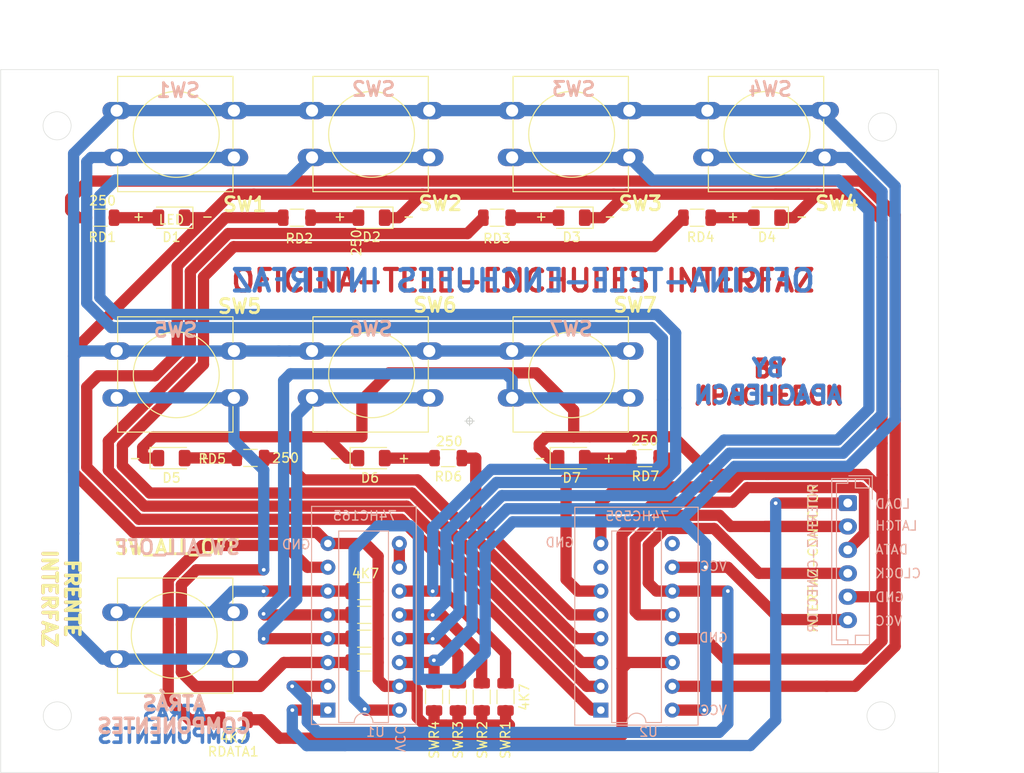
<source format=kicad_pcb>
(kicad_pcb (version 20171130) (host pcbnew 5.1.10)

  (general
    (thickness 1.6)
    (drawings 66)
    (tracks 415)
    (zones 0)
    (modules 34)
    (nets 33)
  )

  (page A4)
  (layers
    (0 F.Cu signal)
    (31 B.Cu signal)
    (32 B.Adhes user)
    (33 F.Adhes user)
    (34 B.Paste user)
    (35 F.Paste user)
    (36 B.SilkS user)
    (37 F.SilkS user)
    (38 B.Mask user)
    (39 F.Mask user)
    (40 Dwgs.User user)
    (41 Cmts.User user)
    (42 Eco1.User user)
    (43 Eco2.User user)
    (44 Edge.Cuts user)
    (45 Margin user)
    (46 B.CrtYd user)
    (47 F.CrtYd user)
    (48 B.Fab user hide)
    (49 F.Fab user hide)
  )

  (setup
    (last_trace_width 1.2)
    (user_trace_width 0.4)
    (user_trace_width 0.6)
    (user_trace_width 0.8)
    (user_trace_width 1.2)
    (trace_clearance 0.2)
    (zone_clearance 0.508)
    (zone_45_only no)
    (trace_min 0.2)
    (via_size 0.8)
    (via_drill 0.4)
    (via_min_size 0.4)
    (via_min_drill 0.3)
    (uvia_size 0.3)
    (uvia_drill 0.1)
    (uvias_allowed no)
    (uvia_min_size 0.2)
    (uvia_min_drill 0.1)
    (edge_width 0.05)
    (segment_width 0.2)
    (pcb_text_width 0.3)
    (pcb_text_size 1.5 1.5)
    (mod_edge_width 0.12)
    (mod_text_size 1 1)
    (mod_text_width 0.15)
    (pad_size 1.524 1.524)
    (pad_drill 0.762)
    (pad_to_mask_clearance 0)
    (solder_mask_min_width 0.25)
    (aux_axis_origin 151.430436 94.52)
    (grid_origin 151.430436 94.52)
    (visible_elements 7FFFFF7F)
    (pcbplotparams
      (layerselection 0x010c0_ffffffff)
      (usegerberextensions false)
      (usegerberattributes true)
      (usegerberadvancedattributes true)
      (creategerberjobfile true)
      (excludeedgelayer true)
      (linewidth 0.100000)
      (plotframeref false)
      (viasonmask false)
      (mode 1)
      (useauxorigin false)
      (hpglpennumber 1)
      (hpglpenspeed 20)
      (hpglpendiameter 15.000000)
      (psnegative false)
      (psa4output false)
      (plotreference true)
      (plotvalue true)
      (plotinvisibletext false)
      (padsonsilk false)
      (subtractmaskfromsilk false)
      (outputformat 1)
      (mirror false)
      (drillshape 0)
      (scaleselection 1)
      (outputdirectory "GERBER/"))
  )

  (net 0 "")
  (net 1 "Net-(D1-Pad2)")
  (net 2 GND)
  (net 3 "Net-(D2-Pad2)")
  (net 4 "Net-(D3-Pad2)")
  (net 5 "Net-(D4-Pad2)")
  (net 6 "Net-(D5-Pad2)")
  (net 7 "Net-(D6-Pad2)")
  (net 8 "Net-(D7-Pad2)")
  (net 9 /LATCH)
  (net 10 /CLOCK)
  (net 11 VCC)
  (net 12 /SW1)
  (net 13 /SW3)
  (net 14 /SW4)
  (net 15 /SW5)
  (net 16 /SW6)
  (net 17 /SW7)
  (net 18 /SW_ALL_OFF1)
  (net 19 /SW2)
  (net 20 /RD1)
  (net 21 /RD2)
  (net 22 /RD3)
  (net 23 /RD4)
  (net 24 /RD5)
  (net 25 /RD6)
  (net 26 /RD7)
  (net 27 /DATA_IN)
  (net 28 /DATA)
  (net 29 /LOAD)
  (net 30 "Net-(U1-Pad10)")
  (net 31 "Net-(U2-Pad7)")
  (net 32 "Net-(U2-Pad9)")

  (net_class Default "This is the default net class."
    (clearance 0.2)
    (trace_width 0.25)
    (via_dia 0.8)
    (via_drill 0.4)
    (uvia_dia 0.3)
    (uvia_drill 0.1)
    (add_net /CLOCK)
    (add_net /DATA)
    (add_net /DATA_IN)
    (add_net /LATCH)
    (add_net /LOAD)
    (add_net /RD1)
    (add_net /RD2)
    (add_net /RD3)
    (add_net /RD4)
    (add_net /RD5)
    (add_net /RD6)
    (add_net /RD7)
    (add_net /SW1)
    (add_net /SW2)
    (add_net /SW3)
    (add_net /SW4)
    (add_net /SW5)
    (add_net /SW6)
    (add_net /SW7)
    (add_net /SW_ALL_OFF1)
    (add_net GND)
    (add_net "Net-(D1-Pad2)")
    (add_net "Net-(D2-Pad2)")
    (add_net "Net-(D3-Pad2)")
    (add_net "Net-(D4-Pad2)")
    (add_net "Net-(D5-Pad2)")
    (add_net "Net-(D6-Pad2)")
    (add_net "Net-(D7-Pad2)")
    (add_net "Net-(U1-Pad10)")
    (add_net "Net-(U2-Pad7)")
    (add_net "Net-(U2-Pad9)")
    (add_net VCC)
  )

  (module Resistor_SMD:R_1206_3216Metric (layer F.Cu) (tedit 5F68FEEE) (tstamp 60FE0BA6)
    (at 133.015436 72.823 180)
    (descr "Resistor SMD 1206 (3216 Metric), square (rectangular) end terminal, IPC_7351 nominal, (Body size source: IPC-SM-782 page 72, https://www.pcb-3d.com/wordpress/wp-content/uploads/ipc-sm-782a_amendment_1_and_2.pdf), generated with kicad-footprint-generator")
    (tags resistor)
    (path /608468F0)
    (attr smd)
    (fp_text reference RD2 (at -0.254 -2.221) (layer F.SilkS)
      (effects (font (size 1 1) (thickness 0.15)))
    )
    (fp_text value 250 (at -6.35 -2.667 270) (layer F.SilkS)
      (effects (font (size 1 1) (thickness 0.15)))
    )
    (fp_line (start 2.28 1.12) (end -2.28 1.12) (layer F.CrtYd) (width 0.05))
    (fp_line (start 2.28 -1.12) (end 2.28 1.12) (layer F.CrtYd) (width 0.05))
    (fp_line (start -2.28 -1.12) (end 2.28 -1.12) (layer F.CrtYd) (width 0.05))
    (fp_line (start -2.28 1.12) (end -2.28 -1.12) (layer F.CrtYd) (width 0.05))
    (fp_line (start -0.727064 0.91) (end 0.727064 0.91) (layer F.SilkS) (width 0.12))
    (fp_line (start -0.727064 -0.91) (end 0.727064 -0.91) (layer F.SilkS) (width 0.12))
    (fp_line (start 1.6 0.8) (end -1.6 0.8) (layer F.Fab) (width 0.1))
    (fp_line (start 1.6 -0.8) (end 1.6 0.8) (layer F.Fab) (width 0.1))
    (fp_line (start -1.6 -0.8) (end 1.6 -0.8) (layer F.Fab) (width 0.1))
    (fp_line (start -1.6 0.8) (end -1.6 -0.8) (layer F.Fab) (width 0.1))
    (fp_text user %R (at 0 0) (layer F.Fab) hide
      (effects (font (size 0.8 0.8) (thickness 0.12)))
    )
    (pad 2 smd roundrect (at 1.4625 0 180) (size 1.125 1.75) (layers F.Cu F.Paste F.Mask) (roundrect_rratio 0.2222195555555556)
      (net 21 /RD2))
    (pad 1 smd roundrect (at -1.4625 0 180) (size 1.125 1.75) (layers F.Cu F.Paste F.Mask) (roundrect_rratio 0.2222195555555556)
      (net 3 "Net-(D2-Pad2)"))
    (model ${KISYS3DMOD}/Resistor_SMD.3dshapes/R_1206_3216Metric.wrl
      (at (xyz 0 0 0))
      (scale (xyz 1 1 1))
      (rotate (xyz 0 0 0))
    )
  )

  (module Package_DIP:DIP-16_W7.62mm (layer B.Cu) (tedit 5A02E8C5) (tstamp 60FFF91F)
    (at 136.317436 125.363)
    (descr "16-lead though-hole mounted DIP package, row spacing 7.62 mm (300 mils)")
    (tags "THT DIP DIL PDIP 2.54mm 7.62mm 300mil")
    (path /6082FEEE)
    (fp_text reference U1 (at 5.08 2.33) (layer B.SilkS)
      (effects (font (size 1 1) (thickness 0.15)) (justify mirror))
    )
    (fp_text value 74HC165 (at 5.08 -20.11) (layer B.Fab)
      (effects (font (size 1 1) (thickness 0.15)) (justify mirror))
    )
    (fp_line (start 1.635 1.27) (end 6.985 1.27) (layer B.Fab) (width 0.1))
    (fp_line (start 6.985 1.27) (end 6.985 -19.05) (layer B.Fab) (width 0.1))
    (fp_line (start 6.985 -19.05) (end 0.635 -19.05) (layer B.Fab) (width 0.1))
    (fp_line (start 0.635 -19.05) (end 0.635 0.27) (layer B.Fab) (width 0.1))
    (fp_line (start 0.635 0.27) (end 1.635 1.27) (layer B.Fab) (width 0.1))
    (fp_line (start 2.81 1.33) (end 1.16 1.33) (layer B.SilkS) (width 0.12))
    (fp_line (start 1.16 1.33) (end 1.16 -19.11) (layer B.SilkS) (width 0.12))
    (fp_line (start 1.16 -19.11) (end 6.46 -19.11) (layer B.SilkS) (width 0.12))
    (fp_line (start 6.46 -19.11) (end 6.46 1.33) (layer B.SilkS) (width 0.12))
    (fp_line (start 6.46 1.33) (end 4.81 1.33) (layer B.SilkS) (width 0.12))
    (fp_line (start -1.1 1.55) (end -1.1 -19.3) (layer B.CrtYd) (width 0.05))
    (fp_line (start -1.1 -19.3) (end 8.7 -19.3) (layer B.CrtYd) (width 0.05))
    (fp_line (start 8.7 -19.3) (end 8.7 1.55) (layer B.CrtYd) (width 0.05))
    (fp_line (start 8.7 1.55) (end -1.1 1.55) (layer B.CrtYd) (width 0.05))
    (fp_text user %R (at 5.08 -8.89) (layer B.Fab)
      (effects (font (size 1 1) (thickness 0.15)) (justify mirror))
    )
    (fp_arc (start 3.81 1.33) (end 2.81 1.33) (angle 180) (layer B.SilkS) (width 0.12))
    (pad 16 thru_hole oval (at 7.62 0) (size 1.6 1.6) (drill 0.8) (layers *.Cu *.Mask)
      (net 11 VCC))
    (pad 8 thru_hole oval (at 0 -17.78) (size 1.6 1.6) (drill 0.8) (layers *.Cu *.Mask)
      (net 2 GND))
    (pad 15 thru_hole oval (at 7.62 -2.54) (size 1.6 1.6) (drill 0.8) (layers *.Cu *.Mask)
      (net 2 GND))
    (pad 7 thru_hole oval (at 0 -15.24) (size 1.6 1.6) (drill 0.8) (layers *.Cu *.Mask)
      (net 27 /DATA_IN))
    (pad 14 thru_hole oval (at 7.62 -5.08) (size 1.6 1.6) (drill 0.8) (layers *.Cu *.Mask)
      (net 14 /SW4))
    (pad 6 thru_hole oval (at 0 -12.7) (size 1.6 1.6) (drill 0.8) (layers *.Cu *.Mask)
      (net 18 /SW_ALL_OFF1))
    (pad 13 thru_hole oval (at 7.62 -7.62) (size 1.6 1.6) (drill 0.8) (layers *.Cu *.Mask)
      (net 13 /SW3))
    (pad 5 thru_hole oval (at 0 -10.16) (size 1.6 1.6) (drill 0.8) (layers *.Cu *.Mask)
      (net 17 /SW7))
    (pad 12 thru_hole oval (at 7.62 -10.16) (size 1.6 1.6) (drill 0.8) (layers *.Cu *.Mask)
      (net 19 /SW2))
    (pad 4 thru_hole oval (at 0 -7.62) (size 1.6 1.6) (drill 0.8) (layers *.Cu *.Mask)
      (net 16 /SW6))
    (pad 11 thru_hole oval (at 7.62 -12.7) (size 1.6 1.6) (drill 0.8) (layers *.Cu *.Mask)
      (net 12 /SW1))
    (pad 3 thru_hole oval (at 0 -5.08) (size 1.6 1.6) (drill 0.8) (layers *.Cu *.Mask)
      (net 15 /SW5))
    (pad 10 thru_hole oval (at 7.62 -15.24) (size 1.6 1.6) (drill 0.8) (layers *.Cu *.Mask)
      (net 30 "Net-(U1-Pad10)"))
    (pad 2 thru_hole oval (at 0 -2.54) (size 1.6 1.6) (drill 0.8) (layers *.Cu *.Mask)
      (net 10 /CLOCK))
    (pad 9 thru_hole oval (at 7.62 -17.78) (size 1.6 1.6) (drill 0.8) (layers *.Cu *.Mask)
      (net 30 "Net-(U1-Pad10)"))
    (pad 1 thru_hole rect (at 0 0) (size 1.6 1.6) (drill 0.8) (layers *.Cu *.Mask)
      (net 29 /LOAD))
    (model ${KISYS3DMOD}/Package_DIP.3dshapes/DIP-16_W7.62mm.wrl
      (at (xyz 0 0 0))
      (scale (xyz 1 1 1))
      (rotate (xyz 0 0 0))
    )
  )

  (module Package_DIP:DIP-16_W7.62mm (layer B.Cu) (tedit 5A02E8C5) (tstamp 60FFE71F)
    (at 165.425 125.363)
    (descr "16-lead though-hole mounted DIP package, row spacing 7.62 mm (300 mils)")
    (tags "THT DIP DIL PDIP 2.54mm 7.62mm 300mil")
    (path /6083BC45)
    (fp_text reference U2 (at 5.08 2.33) (layer B.SilkS)
      (effects (font (size 1 1) (thickness 0.15)) (justify mirror))
    )
    (fp_text value 74HC595 (at 5.08 -20.11) (layer B.Fab)
      (effects (font (size 1 1) (thickness 0.15)) (justify mirror))
    )
    (fp_line (start 1.635 1.27) (end 6.985 1.27) (layer B.Fab) (width 0.1))
    (fp_line (start 6.985 1.27) (end 6.985 -19.05) (layer B.Fab) (width 0.1))
    (fp_line (start 6.985 -19.05) (end 0.635 -19.05) (layer B.Fab) (width 0.1))
    (fp_line (start 0.635 -19.05) (end 0.635 0.27) (layer B.Fab) (width 0.1))
    (fp_line (start 0.635 0.27) (end 1.635 1.27) (layer B.Fab) (width 0.1))
    (fp_line (start 2.81 1.33) (end 1.16 1.33) (layer B.SilkS) (width 0.12))
    (fp_line (start 1.16 1.33) (end 1.16 -19.11) (layer B.SilkS) (width 0.12))
    (fp_line (start 1.16 -19.11) (end 6.46 -19.11) (layer B.SilkS) (width 0.12))
    (fp_line (start 6.46 -19.11) (end 6.46 1.33) (layer B.SilkS) (width 0.12))
    (fp_line (start 6.46 1.33) (end 4.81 1.33) (layer B.SilkS) (width 0.12))
    (fp_line (start -1.1 1.55) (end -1.1 -19.3) (layer B.CrtYd) (width 0.05))
    (fp_line (start -1.1 -19.3) (end 8.7 -19.3) (layer B.CrtYd) (width 0.05))
    (fp_line (start 8.7 -19.3) (end 8.7 1.55) (layer B.CrtYd) (width 0.05))
    (fp_line (start 8.7 1.55) (end -1.1 1.55) (layer B.CrtYd) (width 0.05))
    (fp_text user %R (at 5.08 -8.89) (layer B.Fab)
      (effects (font (size 1 1) (thickness 0.15)) (justify mirror))
    )
    (fp_arc (start 3.81 1.33) (end 2.81 1.33) (angle 180) (layer B.SilkS) (width 0.12))
    (pad 16 thru_hole oval (at 7.62 0) (size 1.6 1.6) (drill 0.8) (layers *.Cu *.Mask)
      (net 11 VCC))
    (pad 8 thru_hole oval (at 0 -17.78) (size 1.6 1.6) (drill 0.8) (layers *.Cu *.Mask)
      (net 2 GND))
    (pad 15 thru_hole oval (at 7.62 -2.54) (size 1.6 1.6) (drill 0.8) (layers *.Cu *.Mask)
      (net 20 /RD1))
    (pad 7 thru_hole oval (at 0 -15.24) (size 1.6 1.6) (drill 0.8) (layers *.Cu *.Mask)
      (net 31 "Net-(U2-Pad7)"))
    (pad 14 thru_hole oval (at 7.62 -5.08) (size 1.6 1.6) (drill 0.8) (layers *.Cu *.Mask)
      (net 28 /DATA))
    (pad 6 thru_hole oval (at 0 -12.7) (size 1.6 1.6) (drill 0.8) (layers *.Cu *.Mask)
      (net 26 /RD7))
    (pad 13 thru_hole oval (at 7.62 -7.62) (size 1.6 1.6) (drill 0.8) (layers *.Cu *.Mask)
      (net 2 GND))
    (pad 5 thru_hole oval (at 0 -10.16) (size 1.6 1.6) (drill 0.8) (layers *.Cu *.Mask)
      (net 25 /RD6))
    (pad 12 thru_hole oval (at 7.62 -10.16) (size 1.6 1.6) (drill 0.8) (layers *.Cu *.Mask)
      (net 9 /LATCH))
    (pad 4 thru_hole oval (at 0 -7.62) (size 1.6 1.6) (drill 0.8) (layers *.Cu *.Mask)
      (net 24 /RD5))
    (pad 11 thru_hole oval (at 7.62 -12.7) (size 1.6 1.6) (drill 0.8) (layers *.Cu *.Mask)
      (net 10 /CLOCK))
    (pad 3 thru_hole oval (at 0 -5.08) (size 1.6 1.6) (drill 0.8) (layers *.Cu *.Mask)
      (net 23 /RD4))
    (pad 10 thru_hole oval (at 7.62 -15.24) (size 1.6 1.6) (drill 0.8) (layers *.Cu *.Mask)
      (net 11 VCC))
    (pad 2 thru_hole oval (at 0 -2.54) (size 1.6 1.6) (drill 0.8) (layers *.Cu *.Mask)
      (net 22 /RD3))
    (pad 9 thru_hole oval (at 7.62 -17.78) (size 1.6 1.6) (drill 0.8) (layers *.Cu *.Mask)
      (net 32 "Net-(U2-Pad9)"))
    (pad 1 thru_hole rect (at 0 0) (size 1.6 1.6) (drill 0.8) (layers *.Cu *.Mask)
      (net 21 /RD2))
    (model ${KISYS3DMOD}/Package_DIP.3dshapes/DIP-16_W7.62mm.wrl
      (at (xyz 0 0 0))
      (scale (xyz 1 1 1))
      (rotate (xyz 0 0 0))
    )
  )

  (module Diode_SMD:D_1206_3216Metric (layer F.Cu) (tedit 5F68FEF0) (tstamp 60F4DCC6)
    (at 119.642 72.823 180)
    (descr "Diode SMD 1206 (3216 Metric), square (rectangular) end terminal, IPC_7351 nominal, (Body size source: http://www.tortai-tech.com/upload/download/2011102023233369053.pdf), generated with kicad-footprint-generator")
    (tags diode)
    (path /60840B6E)
    (attr smd)
    (fp_text reference D1 (at 0 -2.074 180) (layer F.SilkS)
      (effects (font (size 1 1) (thickness 0.15)))
    )
    (fp_text value LED (at 0 -0.212 180) (layer F.SilkS)
      (effects (font (size 1 1) (thickness 0.15)))
    )
    (fp_line (start 1.6 -0.8) (end -1.2 -0.8) (layer F.Fab) (width 0.1))
    (fp_line (start -1.2 -0.8) (end -1.6 -0.4) (layer F.Fab) (width 0.1))
    (fp_line (start -1.6 -0.4) (end -1.6 0.8) (layer F.Fab) (width 0.1))
    (fp_line (start -1.6 0.8) (end 1.6 0.8) (layer F.Fab) (width 0.1))
    (fp_line (start 1.6 0.8) (end 1.6 -0.8) (layer F.Fab) (width 0.1))
    (fp_line (start 1.6 -1.135) (end -2.285 -1.135) (layer F.SilkS) (width 0.12))
    (fp_line (start -2.285 -1.135) (end -2.285 1.135) (layer F.SilkS) (width 0.12))
    (fp_line (start -2.285 1.135) (end 1.6 1.135) (layer F.SilkS) (width 0.12))
    (fp_line (start -2.28 1.12) (end -2.28 -1.12) (layer F.CrtYd) (width 0.05))
    (fp_line (start -2.28 -1.12) (end 2.28 -1.12) (layer F.CrtYd) (width 0.05))
    (fp_line (start 2.28 -1.12) (end 2.28 1.12) (layer F.CrtYd) (width 0.05))
    (fp_line (start 2.28 1.12) (end -2.28 1.12) (layer F.CrtYd) (width 0.05))
    (fp_text user %R (at 0 0 180) (layer F.Fab) hide
      (effects (font (size 0.8 0.8) (thickness 0.12)))
    )
    (pad 2 smd roundrect (at 1.4 0 180) (size 1.25 1.75) (layers F.Cu F.Paste F.Mask) (roundrect_rratio 0.2)
      (net 1 "Net-(D1-Pad2)"))
    (pad 1 smd roundrect (at -1.4 0 180) (size 1.25 1.75) (layers F.Cu F.Paste F.Mask) (roundrect_rratio 0.2)
      (net 2 GND))
    (model ${KISYS3DMOD}/Diode_SMD.3dshapes/D_1206_3216Metric.wrl
      (at (xyz 0 0 0))
      (scale (xyz 1 1 1))
      (rotate (xyz 0 0 0))
    )
  )

  (module Resistor_SMD:R_1206_3216Metric (layer F.Cu) (tedit 5F68FEEE) (tstamp 60F4D58F)
    (at 149.151 98.477)
    (descr "Resistor SMD 1206 (3216 Metric), square (rectangular) end terminal, IPC_7351 nominal, (Body size source: IPC-SM-782 page 72, https://www.pcb-3d.com/wordpress/wp-content/uploads/ipc-sm-782a_amendment_1_and_2.pdf), generated with kicad-footprint-generator")
    (tags resistor)
    (path /608530B2)
    (attr smd)
    (fp_text reference RD6 (at 0.02 1.966) (layer F.SilkS)
      (effects (font (size 1 1) (thickness 0.15)))
    )
    (fp_text value 250 (at 0.117 -1.784) (layer F.SilkS)
      (effects (font (size 1 1) (thickness 0.15)))
    )
    (fp_line (start 2.28 1.12) (end -2.28 1.12) (layer F.CrtYd) (width 0.05))
    (fp_line (start 2.28 -1.12) (end 2.28 1.12) (layer F.CrtYd) (width 0.05))
    (fp_line (start -2.28 -1.12) (end 2.28 -1.12) (layer F.CrtYd) (width 0.05))
    (fp_line (start -2.28 1.12) (end -2.28 -1.12) (layer F.CrtYd) (width 0.05))
    (fp_line (start -0.727064 0.91) (end 0.727064 0.91) (layer F.SilkS) (width 0.12))
    (fp_line (start -0.727064 -0.91) (end 0.727064 -0.91) (layer F.SilkS) (width 0.12))
    (fp_line (start 1.6 0.8) (end -1.6 0.8) (layer F.Fab) (width 0.1))
    (fp_line (start 1.6 -0.8) (end 1.6 0.8) (layer F.Fab) (width 0.1))
    (fp_line (start -1.6 -0.8) (end 1.6 -0.8) (layer F.Fab) (width 0.1))
    (fp_line (start -1.6 0.8) (end -1.6 -0.8) (layer F.Fab) (width 0.1))
    (fp_text user %R (at 0 0) (layer F.Fab) hide
      (effects (font (size 0.8 0.8) (thickness 0.12)))
    )
    (pad 2 smd roundrect (at 1.4625 0) (size 1.125 1.75) (layers F.Cu F.Paste F.Mask) (roundrect_rratio 0.2222195555555556)
      (net 25 /RD6))
    (pad 1 smd roundrect (at -1.4625 0) (size 1.125 1.75) (layers F.Cu F.Paste F.Mask) (roundrect_rratio 0.2222195555555556)
      (net 7 "Net-(D6-Pad2)"))
    (model ${KISYS3DMOD}/Resistor_SMD.3dshapes/R_1206_3216Metric.wrl
      (at (xyz 0 0 0))
      (scale (xyz 1 1 1))
      (rotate (xyz 0 0 0))
    )
  )

  (module Button_Switch_THT:SW_PUSH-12mm (layer F.Cu) (tedit 60F41ACD) (tstamp 60F4DD03)
    (at 113.8 61.393)
    (descr "SW PUSH 12mm https://www.e-switch.com/system/asset/product_line/data_sheet/143/TL1100.pdf")
    (tags "tact sw push 12mm")
    (path /6081D463)
    (fp_text reference SW1 (at -1.55 -2.91) (layer F.SilkS) hide
      (effects (font (size 1 1) (thickness 0.15)))
    )
    (fp_text value SW_Push (at 6.62 9.93) (layer F.Fab) hide
      (effects (font (size 1 1) (thickness 0.15)))
    )
    (fp_line (start 12.4 -3.65) (end 12.4 -0.93) (layer F.SilkS) (width 0.12))
    (fp_line (start 12.4 5.93) (end 12.4 8.65) (layer F.SilkS) (width 0.12))
    (fp_line (start 0.1 4.07) (end 0.1 0.93) (layer F.SilkS) (width 0.12))
    (fp_line (start 0.1 8.65) (end 0.1 5.93) (layer F.SilkS) (width 0.12))
    (fp_line (start 0.25 -3.5) (end 0.25 8.5) (layer F.Fab) (width 0.1))
    (fp_circle (center 6.35 2.54) (end 10.16 5.08) (layer F.SilkS) (width 0.12))
    (fp_line (start 14.25 8.75) (end -1.77 8.75) (layer F.CrtYd) (width 0.05))
    (fp_line (start 14.25 8.75) (end 14.25 -3.75) (layer F.CrtYd) (width 0.05))
    (fp_line (start -1.77 -3.75) (end -1.77 8.75) (layer F.CrtYd) (width 0.05))
    (fp_line (start -1.77 -3.75) (end 14.25 -3.75) (layer F.CrtYd) (width 0.05))
    (fp_line (start 0.1 -0.93) (end 0.1 -3.65) (layer F.SilkS) (width 0.12))
    (fp_line (start 12.4 8.65) (end 0.1 8.65) (layer F.SilkS) (width 0.12))
    (fp_line (start 12.4 0.93) (end 12.4 4.07) (layer F.SilkS) (width 0.12))
    (fp_line (start 0.1 -3.65) (end 12.4 -3.65) (layer F.SilkS) (width 0.12))
    (fp_line (start 12.25 -3.5) (end 12.25 8.5) (layer F.Fab) (width 0.1))
    (fp_line (start 0.25 -3.5) (end 12.25 -3.5) (layer F.Fab) (width 0.1))
    (fp_line (start 0.25 8.5) (end 12.25 8.5) (layer F.Fab) (width 0.1))
    (fp_text user %R (at 6.35 2.54) (layer F.Fab) hide
      (effects (font (size 1 1) (thickness 0.15)))
    )
    (pad 1 thru_hole oval (at 12.5 0) (size 3.048 1.85) (drill 1.3) (layers *.Cu *.Mask)
      (net 11 VCC))
    (pad 2 thru_hole oval (at 12.5 5) (size 3.048 1.85) (drill 1.3) (layers *.Cu *.Mask)
      (net 12 /SW1))
    (pad 1 thru_hole oval (at 0 0) (size 3.048 1.85) (drill 1.3) (layers *.Cu *.Mask)
      (net 11 VCC))
    (pad 2 thru_hole oval (at 0 5) (size 3.048 1.85) (drill 1.3) (layers *.Cu *.Mask)
      (net 12 /SW1))
    (model ${KISYS3DMOD}/Button_Switch_THT.3dshapes/SW_PUSH-12mm.wrl
      (at (xyz 0 0 0))
      (scale (xyz 1 1 1))
      (rotate (xyz 0 0 0))
    )
  )

  (module Resistor_SMD:R_1206_3216Metric (layer F.Cu) (tedit 60F41549) (tstamp 60F4F787)
    (at 140.216 115.203 180)
    (descr "Resistor SMD 1206 (3216 Metric), square (rectangular) end terminal, IPC_7351 nominal, (Body size source: IPC-SM-782 page 72, https://www.pcb-3d.com/wordpress/wp-content/uploads/ipc-sm-782a_amendment_1_and_2.pdf), generated with kicad-footprint-generator")
    (tags resistor)
    (path /609AAE0B)
    (attr smd)
    (fp_text reference SWR7 (at 0 -1.82) (layer F.SilkS) hide
      (effects (font (size 1 1) (thickness 0.15)))
    )
    (fp_text value 4K7 (at 0.137 -0.062) (layer F.SilkS) hide
      (effects (font (size 1 1) (thickness 0.15)))
    )
    (fp_line (start 2.28 1.12) (end -2.28 1.12) (layer F.CrtYd) (width 0.05))
    (fp_line (start 2.28 -1.12) (end 2.28 1.12) (layer F.CrtYd) (width 0.05))
    (fp_line (start -2.28 -1.12) (end 2.28 -1.12) (layer F.CrtYd) (width 0.05))
    (fp_line (start -2.28 1.12) (end -2.28 -1.12) (layer F.CrtYd) (width 0.05))
    (fp_line (start -0.727064 0.91) (end 0.727064 0.91) (layer F.SilkS) (width 0.12))
    (fp_line (start -0.727064 -0.91) (end 0.727064 -0.91) (layer F.SilkS) (width 0.12))
    (fp_line (start 1.6 0.8) (end -1.6 0.8) (layer F.Fab) (width 0.1))
    (fp_line (start 1.6 -0.8) (end 1.6 0.8) (layer F.Fab) (width 0.1))
    (fp_line (start -1.6 -0.8) (end 1.6 -0.8) (layer F.Fab) (width 0.1))
    (fp_line (start -1.6 0.8) (end -1.6 -0.8) (layer F.Fab) (width 0.1))
    (fp_text user %R (at 0 0) (layer F.Fab) hide
      (effects (font (size 0.8 0.8) (thickness 0.12)))
    )
    (pad 2 smd roundrect (at 1.4625 0 180) (size 1.125 1.75) (layers F.Cu F.Paste F.Mask) (roundrect_rratio 0.2222195555555556)
      (net 17 /SW7))
    (pad 1 smd roundrect (at -1.4625 0 180) (size 1.125 1.75) (layers F.Cu F.Paste F.Mask) (roundrect_rratio 0.2222195555555556)
      (net 2 GND))
    (model ${KISYS3DMOD}/Resistor_SMD.3dshapes/R_1206_3216Metric.wrl
      (at (xyz 0 0 0))
      (scale (xyz 1 1 1))
      (rotate (xyz 0 0 0))
    )
  )

  (module Connector_JST:JST_EH_B6B-EH-A_1x06_P2.50mm_Vertical (layer B.Cu) (tedit 5C28142C) (tstamp 60F4DE15)
    (at 191.76 103.27 270)
    (descr "JST EH series connector, B6B-EH-A (http://www.jst-mfg.com/product/pdf/eng/eEH.pdf), generated with kicad-footprint-generator")
    (tags "connector JST EH vertical")
    (path /60859FB3)
    (fp_text reference J1 (at 6.25 3.937 270) (layer B.SilkS) hide
      (effects (font (size 1 1) (thickness 0.15)) (justify mirror))
    )
    (fp_text value Conn_01x06_Male (at 6.25 -3.4 90) (layer B.Fab)
      (effects (font (size 1 1) (thickness 0.15)) (justify mirror))
    )
    (fp_line (start -2.5 1.6) (end -2.5 -2.2) (layer B.Fab) (width 0.1))
    (fp_line (start -2.5 -2.2) (end 15 -2.2) (layer B.Fab) (width 0.1))
    (fp_line (start 15 -2.2) (end 15 1.6) (layer B.Fab) (width 0.1))
    (fp_line (start 15 1.6) (end -2.5 1.6) (layer B.Fab) (width 0.1))
    (fp_line (start -3 2.1) (end -3 -2.7) (layer B.CrtYd) (width 0.05))
    (fp_line (start -3 -2.7) (end 15.5 -2.7) (layer B.CrtYd) (width 0.05))
    (fp_line (start 15.5 -2.7) (end 15.5 2.1) (layer B.CrtYd) (width 0.05))
    (fp_line (start 15.5 2.1) (end -3 2.1) (layer B.CrtYd) (width 0.05))
    (fp_line (start -2.61 1.71) (end -2.61 -2.31) (layer B.SilkS) (width 0.12))
    (fp_line (start -2.61 -2.31) (end 15.11 -2.31) (layer B.SilkS) (width 0.12))
    (fp_line (start 15.11 -2.31) (end 15.11 1.71) (layer B.SilkS) (width 0.12))
    (fp_line (start 15.11 1.71) (end -2.61 1.71) (layer B.SilkS) (width 0.12))
    (fp_line (start -2.61 0) (end -2.11 0) (layer B.SilkS) (width 0.12))
    (fp_line (start -2.11 0) (end -2.11 1.21) (layer B.SilkS) (width 0.12))
    (fp_line (start -2.11 1.21) (end 14.61 1.21) (layer B.SilkS) (width 0.12))
    (fp_line (start 14.61 1.21) (end 14.61 0) (layer B.SilkS) (width 0.12))
    (fp_line (start 14.61 0) (end 15.11 0) (layer B.SilkS) (width 0.12))
    (fp_line (start -2.61 -0.81) (end -1.61 -0.81) (layer B.SilkS) (width 0.12))
    (fp_line (start -1.61 -0.81) (end -1.61 -2.31) (layer B.SilkS) (width 0.12))
    (fp_line (start 15.11 -0.81) (end 14.11 -0.81) (layer B.SilkS) (width 0.12))
    (fp_line (start 14.11 -0.81) (end 14.11 -2.31) (layer B.SilkS) (width 0.12))
    (fp_line (start -2.91 -0.11) (end -2.91 -2.61) (layer B.SilkS) (width 0.12))
    (fp_line (start -2.91 -2.61) (end -0.41 -2.61) (layer B.SilkS) (width 0.12))
    (fp_line (start -2.91 -0.11) (end -2.91 -2.61) (layer B.Fab) (width 0.1))
    (fp_line (start -2.91 -2.61) (end -0.41 -2.61) (layer B.Fab) (width 0.1))
    (fp_text user %R (at 6.25 -1.5 90) (layer B.Fab)
      (effects (font (size 1 1) (thickness 0.15)) (justify mirror))
    )
    (pad 6 thru_hole oval (at 12.5 0 270) (size 1.7 1.95) (drill 0.95) (layers *.Cu *.Mask)
      (net 11 VCC))
    (pad 5 thru_hole oval (at 10 0 270) (size 1.7 1.95) (drill 0.95) (layers *.Cu *.Mask)
      (net 2 GND))
    (pad 4 thru_hole oval (at 7.5 0 270) (size 1.7 1.95) (drill 0.95) (layers *.Cu *.Mask)
      (net 10 /CLOCK))
    (pad 3 thru_hole oval (at 5 0 270) (size 1.7 1.95) (drill 0.95) (layers *.Cu *.Mask)
      (net 28 /DATA))
    (pad 2 thru_hole oval (at 2.5 0 270) (size 1.7 1.95) (drill 0.95) (layers *.Cu *.Mask)
      (net 9 /LATCH))
    (pad 1 thru_hole roundrect (at 0 0 270) (size 1.7 1.95) (drill 0.95) (layers *.Cu *.Mask) (roundrect_rratio 0.1470588235294118)
      (net 29 /LOAD))
    (model ${KISYS3DMOD}/Connector_JST.3dshapes/JST_EH_B6B-EH-A_1x06_P2.50mm_Vertical.wrl
      (at (xyz 0 0 0))
      (scale (xyz 1 1 1))
      (rotate (xyz 0 0 0))
    )
  )

  (module Resistor_SMD:R_1206_3216Metric (layer F.Cu) (tedit 60F415C0) (tstamp 60F4F7BA)
    (at 140.216 112.663 180)
    (descr "Resistor SMD 1206 (3216 Metric), square (rectangular) end terminal, IPC_7351 nominal, (Body size source: IPC-SM-782 page 72, https://www.pcb-3d.com/wordpress/wp-content/uploads/ipc-sm-782a_amendment_1_and_2.pdf), generated with kicad-footprint-generator")
    (tags resistor)
    (path /609AE15E)
    (attr smd)
    (fp_text reference SWR8 (at 0 -1.82) (layer F.SilkS) hide
      (effects (font (size 1 1) (thickness 0.15)))
    )
    (fp_text value 4K7 (at -0.105436 1.877) (layer F.SilkS)
      (effects (font (size 1 1) (thickness 0.15)))
    )
    (fp_line (start 2.28 1.12) (end -2.28 1.12) (layer F.CrtYd) (width 0.05))
    (fp_line (start 2.28 -1.12) (end 2.28 1.12) (layer F.CrtYd) (width 0.05))
    (fp_line (start -2.28 -1.12) (end 2.28 -1.12) (layer F.CrtYd) (width 0.05))
    (fp_line (start -2.28 1.12) (end -2.28 -1.12) (layer F.CrtYd) (width 0.05))
    (fp_line (start -0.727064 0.91) (end 0.727064 0.91) (layer F.SilkS) (width 0.12))
    (fp_line (start -0.727064 -0.91) (end 0.727064 -0.91) (layer F.SilkS) (width 0.12))
    (fp_line (start 1.6 0.8) (end -1.6 0.8) (layer F.Fab) (width 0.1))
    (fp_line (start 1.6 -0.8) (end 1.6 0.8) (layer F.Fab) (width 0.1))
    (fp_line (start -1.6 -0.8) (end 1.6 -0.8) (layer F.Fab) (width 0.1))
    (fp_line (start -1.6 0.8) (end -1.6 -0.8) (layer F.Fab) (width 0.1))
    (fp_text user %R (at 0 0) (layer F.Fab) hide
      (effects (font (size 0.8 0.8) (thickness 0.12)))
    )
    (pad 2 smd roundrect (at 1.4625 0 180) (size 1.125 1.75) (layers F.Cu F.Paste F.Mask) (roundrect_rratio 0.2222195555555556)
      (net 18 /SW_ALL_OFF1))
    (pad 1 smd roundrect (at -1.4625 0 180) (size 1.125 1.75) (layers F.Cu F.Paste F.Mask) (roundrect_rratio 0.2222195555555556)
      (net 2 GND))
    (model ${KISYS3DMOD}/Resistor_SMD.3dshapes/R_1206_3216Metric.wrl
      (at (xyz 0 0 0))
      (scale (xyz 1 1 1))
      (rotate (xyz 0 0 0))
    )
  )

  (module Resistor_SMD:R_1206_3216Metric (layer F.Cu) (tedit 60F41544) (tstamp 60F4F489)
    (at 140.216 117.743 180)
    (descr "Resistor SMD 1206 (3216 Metric), square (rectangular) end terminal, IPC_7351 nominal, (Body size source: IPC-SM-782 page 72, https://www.pcb-3d.com/wordpress/wp-content/uploads/ipc-sm-782a_amendment_1_and_2.pdf), generated with kicad-footprint-generator")
    (tags resistor)
    (path /609A8103)
    (attr smd)
    (fp_text reference SWR6 (at 0 -1.82) (layer F.SilkS) hide
      (effects (font (size 1 1) (thickness 0.15)))
    )
    (fp_text value 4K7 (at -0.088 0.001) (layer F.SilkS) hide
      (effects (font (size 1 1) (thickness 0.15)))
    )
    (fp_line (start 2.28 1.12) (end -2.28 1.12) (layer F.CrtYd) (width 0.05))
    (fp_line (start 2.28 -1.12) (end 2.28 1.12) (layer F.CrtYd) (width 0.05))
    (fp_line (start -2.28 -1.12) (end 2.28 -1.12) (layer F.CrtYd) (width 0.05))
    (fp_line (start -2.28 1.12) (end -2.28 -1.12) (layer F.CrtYd) (width 0.05))
    (fp_line (start -0.727064 0.91) (end 0.727064 0.91) (layer F.SilkS) (width 0.12))
    (fp_line (start -0.727064 -0.91) (end 0.727064 -0.91) (layer F.SilkS) (width 0.12))
    (fp_line (start 1.6 0.8) (end -1.6 0.8) (layer F.Fab) (width 0.1))
    (fp_line (start 1.6 -0.8) (end 1.6 0.8) (layer F.Fab) (width 0.1))
    (fp_line (start -1.6 -0.8) (end 1.6 -0.8) (layer F.Fab) (width 0.1))
    (fp_line (start -1.6 0.8) (end -1.6 -0.8) (layer F.Fab) (width 0.1))
    (fp_text user %R (at 0 0) (layer F.Fab) hide
      (effects (font (size 0.8 0.8) (thickness 0.12)))
    )
    (pad 2 smd roundrect (at 1.4625 0 180) (size 1.125 1.75) (layers F.Cu F.Paste F.Mask) (roundrect_rratio 0.2222195555555556)
      (net 16 /SW6))
    (pad 1 smd roundrect (at -1.4625 0 180) (size 1.125 1.75) (layers F.Cu F.Paste F.Mask) (roundrect_rratio 0.2222195555555556)
      (net 2 GND))
    (model ${KISYS3DMOD}/Resistor_SMD.3dshapes/R_1206_3216Metric.wrl
      (at (xyz 0 0 0))
      (scale (xyz 1 1 1))
      (rotate (xyz 0 0 0))
    )
  )

  (module Resistor_SMD:R_1206_3216Metric (layer F.Cu) (tedit 5F68FEEE) (tstamp 60F4F81A)
    (at 140.216 120.283 180)
    (descr "Resistor SMD 1206 (3216 Metric), square (rectangular) end terminal, IPC_7351 nominal, (Body size source: IPC-SM-782 page 72, https://www.pcb-3d.com/wordpress/wp-content/uploads/ipc-sm-782a_amendment_1_and_2.pdf), generated with kicad-footprint-generator")
    (tags resistor)
    (path /609A524F)
    (attr smd)
    (fp_text reference SWR5 (at 0 -1.82) (layer F.SilkS) hide
      (effects (font (size 1 1) (thickness 0.15)))
    )
    (fp_text value 4K7 (at -0.163 -0.142) (layer F.SilkS) hide
      (effects (font (size 1 1) (thickness 0.15)))
    )
    (fp_line (start -1.6 0.8) (end -1.6 -0.8) (layer F.Fab) (width 0.1))
    (fp_line (start -1.6 -0.8) (end 1.6 -0.8) (layer F.Fab) (width 0.1))
    (fp_line (start 1.6 -0.8) (end 1.6 0.8) (layer F.Fab) (width 0.1))
    (fp_line (start 1.6 0.8) (end -1.6 0.8) (layer F.Fab) (width 0.1))
    (fp_line (start -0.727064 -0.91) (end 0.727064 -0.91) (layer F.SilkS) (width 0.12))
    (fp_line (start -0.727064 0.91) (end 0.727064 0.91) (layer F.SilkS) (width 0.12))
    (fp_line (start -2.28 1.12) (end -2.28 -1.12) (layer F.CrtYd) (width 0.05))
    (fp_line (start -2.28 -1.12) (end 2.28 -1.12) (layer F.CrtYd) (width 0.05))
    (fp_line (start 2.28 -1.12) (end 2.28 1.12) (layer F.CrtYd) (width 0.05))
    (fp_line (start 2.28 1.12) (end -2.28 1.12) (layer F.CrtYd) (width 0.05))
    (fp_text user %R (at 0 0) (layer F.Fab) hide
      (effects (font (size 0.8 0.8) (thickness 0.12)))
    )
    (pad 1 smd roundrect (at -1.4625 0 180) (size 1.125 1.75) (layers F.Cu F.Paste F.Mask) (roundrect_rratio 0.2222195555555556)
      (net 2 GND))
    (pad 2 smd roundrect (at 1.4625 0 180) (size 1.125 1.75) (layers F.Cu F.Paste F.Mask) (roundrect_rratio 0.2222195555555556)
      (net 15 /SW5))
    (model ${KISYS3DMOD}/Resistor_SMD.3dshapes/R_1206_3216Metric.wrl
      (at (xyz 0 0 0))
      (scale (xyz 1 1 1))
      (rotate (xyz 0 0 0))
    )
  )

  (module Resistor_SMD:R_1206_3216Metric (layer F.Cu) (tedit 5F68FEEE) (tstamp 61000E5D)
    (at 147.642436 123.950564 90)
    (descr "Resistor SMD 1206 (3216 Metric), square (rectangular) end terminal, IPC_7351 nominal, (Body size source: IPC-SM-782 page 72, https://www.pcb-3d.com/wordpress/wp-content/uploads/ipc-sm-782a_amendment_1_and_2.pdf), generated with kicad-footprint-generator")
    (tags resistor)
    (path /609A1B5B)
    (attr smd)
    (fp_text reference SWR4 (at -4.593 0.016 270) (layer F.SilkS)
      (effects (font (size 1 1) (thickness 0.15)))
    )
    (fp_text value 4K7 (at 3.818 0 270) (layer F.SilkS) hide
      (effects (font (size 1 1) (thickness 0.15)))
    )
    (fp_line (start 2.28 1.12) (end -2.28 1.12) (layer F.CrtYd) (width 0.05))
    (fp_line (start 2.28 -1.12) (end 2.28 1.12) (layer F.CrtYd) (width 0.05))
    (fp_line (start -2.28 -1.12) (end 2.28 -1.12) (layer F.CrtYd) (width 0.05))
    (fp_line (start -2.28 1.12) (end -2.28 -1.12) (layer F.CrtYd) (width 0.05))
    (fp_line (start -0.727064 0.91) (end 0.727064 0.91) (layer F.SilkS) (width 0.12))
    (fp_line (start -0.727064 -0.91) (end 0.727064 -0.91) (layer F.SilkS) (width 0.12))
    (fp_line (start 1.6 0.8) (end -1.6 0.8) (layer F.Fab) (width 0.1))
    (fp_line (start 1.6 -0.8) (end 1.6 0.8) (layer F.Fab) (width 0.1))
    (fp_line (start -1.6 -0.8) (end 1.6 -0.8) (layer F.Fab) (width 0.1))
    (fp_line (start -1.6 0.8) (end -1.6 -0.8) (layer F.Fab) (width 0.1))
    (fp_text user %R (at 0 0 270) (layer F.Fab) hide
      (effects (font (size 0.8 0.8) (thickness 0.12)))
    )
    (pad 2 smd roundrect (at 1.4625 0 90) (size 1.125 1.75) (layers F.Cu F.Paste F.Mask) (roundrect_rratio 0.2222195555555556)
      (net 14 /SW4))
    (pad 1 smd roundrect (at -1.4625 0 90) (size 1.125 1.75) (layers F.Cu F.Paste F.Mask) (roundrect_rratio 0.2222195555555556)
      (net 2 GND))
    (model ${KISYS3DMOD}/Resistor_SMD.3dshapes/R_1206_3216Metric.wrl
      (at (xyz 0 0 0))
      (scale (xyz 1 1 1))
      (rotate (xyz 0 0 0))
    )
  )

  (module Resistor_SMD:R_1206_3216Metric (layer F.Cu) (tedit 5F68FEEE) (tstamp 61000DCD)
    (at 150.182436 123.950564 90)
    (descr "Resistor SMD 1206 (3216 Metric), square (rectangular) end terminal, IPC_7351 nominal, (Body size source: IPC-SM-782 page 72, https://www.pcb-3d.com/wordpress/wp-content/uploads/ipc-sm-782a_amendment_1_and_2.pdf), generated with kicad-footprint-generator")
    (tags resistor)
    (path /60993B7D)
    (attr smd)
    (fp_text reference SWR3 (at -4.593 0.022 270) (layer F.SilkS)
      (effects (font (size 1 1) (thickness 0.15)))
    )
    (fp_text value 4K7 (at 3.818 0 270) (layer F.SilkS) hide
      (effects (font (size 1 1) (thickness 0.15)))
    )
    (fp_line (start 2.28 1.12) (end -2.28 1.12) (layer F.CrtYd) (width 0.05))
    (fp_line (start 2.28 -1.12) (end 2.28 1.12) (layer F.CrtYd) (width 0.05))
    (fp_line (start -2.28 -1.12) (end 2.28 -1.12) (layer F.CrtYd) (width 0.05))
    (fp_line (start -2.28 1.12) (end -2.28 -1.12) (layer F.CrtYd) (width 0.05))
    (fp_line (start -0.727064 0.91) (end 0.727064 0.91) (layer F.SilkS) (width 0.12))
    (fp_line (start -0.727064 -0.91) (end 0.727064 -0.91) (layer F.SilkS) (width 0.12))
    (fp_line (start 1.6 0.8) (end -1.6 0.8) (layer F.Fab) (width 0.1))
    (fp_line (start 1.6 -0.8) (end 1.6 0.8) (layer F.Fab) (width 0.1))
    (fp_line (start -1.6 -0.8) (end 1.6 -0.8) (layer F.Fab) (width 0.1))
    (fp_line (start -1.6 0.8) (end -1.6 -0.8) (layer F.Fab) (width 0.1))
    (fp_text user %R (at 0 0 270) (layer F.Fab) hide
      (effects (font (size 0.8 0.8) (thickness 0.12)))
    )
    (pad 2 smd roundrect (at 1.4625 0 90) (size 1.125 1.75) (layers F.Cu F.Paste F.Mask) (roundrect_rratio 0.2222195555555556)
      (net 13 /SW3))
    (pad 1 smd roundrect (at -1.4625 0 90) (size 1.125 1.75) (layers F.Cu F.Paste F.Mask) (roundrect_rratio 0.2222195555555556)
      (net 2 GND))
    (model ${KISYS3DMOD}/Resistor_SMD.3dshapes/R_1206_3216Metric.wrl
      (at (xyz 0 0 0))
      (scale (xyz 1 1 1))
      (rotate (xyz 0 0 0))
    )
  )

  (module Resistor_SMD:R_1206_3216Metric (layer F.Cu) (tedit 5F68FEEE) (tstamp 61000DFD)
    (at 152.722436 123.950564 90)
    (descr "Resistor SMD 1206 (3216 Metric), square (rectangular) end terminal, IPC_7351 nominal, (Body size source: IPC-SM-782 page 72, https://www.pcb-3d.com/wordpress/wp-content/uploads/ipc-sm-782a_amendment_1_and_2.pdf), generated with kicad-footprint-generator")
    (tags resistor)
    (path /60993121)
    (attr smd)
    (fp_text reference SWR2 (at -4.593 0.067 270) (layer F.SilkS)
      (effects (font (size 1 1) (thickness 0.15)))
    )
    (fp_text value 4K7 (at 3.818 0 270) (layer F.SilkS) hide
      (effects (font (size 1 1) (thickness 0.15)))
    )
    (fp_line (start 2.28 1.12) (end -2.28 1.12) (layer F.CrtYd) (width 0.05))
    (fp_line (start 2.28 -1.12) (end 2.28 1.12) (layer F.CrtYd) (width 0.05))
    (fp_line (start -2.28 -1.12) (end 2.28 -1.12) (layer F.CrtYd) (width 0.05))
    (fp_line (start -2.28 1.12) (end -2.28 -1.12) (layer F.CrtYd) (width 0.05))
    (fp_line (start -0.727064 0.91) (end 0.727064 0.91) (layer F.SilkS) (width 0.12))
    (fp_line (start -0.727064 -0.91) (end 0.727064 -0.91) (layer F.SilkS) (width 0.12))
    (fp_line (start 1.6 0.8) (end -1.6 0.8) (layer F.Fab) (width 0.1))
    (fp_line (start 1.6 -0.8) (end 1.6 0.8) (layer F.Fab) (width 0.1))
    (fp_line (start -1.6 -0.8) (end 1.6 -0.8) (layer F.Fab) (width 0.1))
    (fp_line (start -1.6 0.8) (end -1.6 -0.8) (layer F.Fab) (width 0.1))
    (fp_text user %R (at 0 0 270) (layer F.Fab) hide
      (effects (font (size 0.8 0.8) (thickness 0.12)))
    )
    (pad 2 smd roundrect (at 1.4625 0 90) (size 1.125 1.75) (layers F.Cu F.Paste F.Mask) (roundrect_rratio 0.2222195555555556)
      (net 19 /SW2))
    (pad 1 smd roundrect (at -1.4625 0 90) (size 1.125 1.75) (layers F.Cu F.Paste F.Mask) (roundrect_rratio 0.2222195555555556)
      (net 2 GND))
    (model ${KISYS3DMOD}/Resistor_SMD.3dshapes/R_1206_3216Metric.wrl
      (at (xyz 0 0 0))
      (scale (xyz 1 1 1))
      (rotate (xyz 0 0 0))
    )
  )

  (module Resistor_SMD:R_1206_3216Metric (layer F.Cu) (tedit 5F68FEEE) (tstamp 610045C0)
    (at 155.262436 123.950564 90)
    (descr "Resistor SMD 1206 (3216 Metric), square (rectangular) end terminal, IPC_7351 nominal, (Body size source: IPC-SM-782 page 72, https://www.pcb-3d.com/wordpress/wp-content/uploads/ipc-sm-782a_amendment_1_and_2.pdf), generated with kicad-footprint-generator")
    (tags resistor)
    (path /609925E2)
    (attr smd)
    (fp_text reference SWR1 (at -4.593 -0.009 270) (layer F.SilkS)
      (effects (font (size 1 1) (thickness 0.15)))
    )
    (fp_text value 4K7 (at -0.033436 2.01 270) (layer F.SilkS)
      (effects (font (size 1 1) (thickness 0.15)))
    )
    (fp_line (start 2.28 1.12) (end -2.28 1.12) (layer F.CrtYd) (width 0.05))
    (fp_line (start 2.28 -1.12) (end 2.28 1.12) (layer F.CrtYd) (width 0.05))
    (fp_line (start -2.28 -1.12) (end 2.28 -1.12) (layer F.CrtYd) (width 0.05))
    (fp_line (start -2.28 1.12) (end -2.28 -1.12) (layer F.CrtYd) (width 0.05))
    (fp_line (start -0.727064 0.91) (end 0.727064 0.91) (layer F.SilkS) (width 0.12))
    (fp_line (start -0.727064 -0.91) (end 0.727064 -0.91) (layer F.SilkS) (width 0.12))
    (fp_line (start 1.6 0.8) (end -1.6 0.8) (layer F.Fab) (width 0.1))
    (fp_line (start 1.6 -0.8) (end 1.6 0.8) (layer F.Fab) (width 0.1))
    (fp_line (start -1.6 -0.8) (end 1.6 -0.8) (layer F.Fab) (width 0.1))
    (fp_line (start -1.6 0.8) (end -1.6 -0.8) (layer F.Fab) (width 0.1))
    (fp_text user %R (at 0 0 270) (layer F.Fab) hide
      (effects (font (size 0.8 0.8) (thickness 0.12)))
    )
    (pad 2 smd roundrect (at 1.4625 0 90) (size 1.125 1.75) (layers F.Cu F.Paste F.Mask) (roundrect_rratio 0.2222195555555556)
      (net 12 /SW1))
    (pad 1 smd roundrect (at -1.4625 0 90) (size 1.125 1.75) (layers F.Cu F.Paste F.Mask) (roundrect_rratio 0.2222195555555556)
      (net 2 GND))
    (model ${KISYS3DMOD}/Resistor_SMD.3dshapes/R_1206_3216Metric.wrl
      (at (xyz 0 0 0))
      (scale (xyz 1 1 1))
      (rotate (xyz 0 0 0))
    )
  )

  (module Resistor_SMD:R_1206_3216Metric (layer F.Cu) (tedit 60F415C4) (tstamp 60F4D6DC)
    (at 126.284436 126.397)
    (descr "Resistor SMD 1206 (3216 Metric), square (rectangular) end terminal, IPC_7351 nominal, (Body size source: IPC-SM-782 page 72, https://www.pcb-3d.com/wordpress/wp-content/uploads/ipc-sm-782a_amendment_1_and_2.pdf), generated with kicad-footprint-generator")
    (tags resistor)
    (path /6090FC76)
    (attr smd)
    (fp_text reference RDATA1 (at -0.055 3.400564 180) (layer F.SilkS)
      (effects (font (size 1 1) (thickness 0.15)))
    )
    (fp_text value 4K7 (at -0.02 1.925564 180) (layer F.SilkS)
      (effects (font (size 1 1) (thickness 0.15)))
    )
    (fp_line (start 2.28 1.12) (end -2.28 1.12) (layer F.CrtYd) (width 0.05))
    (fp_line (start 2.28 -1.12) (end 2.28 1.12) (layer F.CrtYd) (width 0.05))
    (fp_line (start -2.28 -1.12) (end 2.28 -1.12) (layer F.CrtYd) (width 0.05))
    (fp_line (start -2.28 1.12) (end -2.28 -1.12) (layer F.CrtYd) (width 0.05))
    (fp_line (start -0.727064 0.91) (end 0.727064 0.91) (layer F.SilkS) (width 0.12))
    (fp_line (start -0.727064 -0.91) (end 0.727064 -0.91) (layer F.SilkS) (width 0.12))
    (fp_line (start 1.6 0.8) (end -1.6 0.8) (layer F.Fab) (width 0.1))
    (fp_line (start 1.6 -0.8) (end 1.6 0.8) (layer F.Fab) (width 0.1))
    (fp_line (start -1.6 -0.8) (end 1.6 -0.8) (layer F.Fab) (width 0.1))
    (fp_line (start -1.6 0.8) (end -1.6 -0.8) (layer F.Fab) (width 0.1))
    (fp_text user %R (at 0 0 180) (layer F.Fab) hide
      (effects (font (size 0.8 0.8) (thickness 0.12)))
    )
    (pad 2 smd roundrect (at 1.4625 0) (size 1.125 1.75) (layers F.Cu F.Paste F.Mask) (roundrect_rratio 0.2222195555555556)
      (net 28 /DATA))
    (pad 1 smd roundrect (at -1.4625 0) (size 1.125 1.75) (layers F.Cu F.Paste F.Mask) (roundrect_rratio 0.2222195555555556)
      (net 27 /DATA_IN))
    (model ${KISYS3DMOD}/Resistor_SMD.3dshapes/R_1206_3216Metric.wrl
      (at (xyz 0 0 0))
      (scale (xyz 1 1 1))
      (rotate (xyz 0 0 0))
    )
  )

  (module Resistor_SMD:R_1206_3216Metric (layer F.Cu) (tedit 5F68FEEE) (tstamp 60F4D6A6)
    (at 170.135 98.477)
    (descr "Resistor SMD 1206 (3216 Metric), square (rectangular) end terminal, IPC_7351 nominal, (Body size source: IPC-SM-782 page 72, https://www.pcb-3d.com/wordpress/wp-content/uploads/ipc-sm-782a_amendment_1_and_2.pdf), generated with kicad-footprint-generator")
    (tags resistor)
    (path /608530C6)
    (attr smd)
    (fp_text reference RD7 (at 0.045 1.934) (layer F.SilkS)
      (effects (font (size 1 1) (thickness 0.15)))
    )
    (fp_text value 250 (at -0.016 -1.868) (layer F.SilkS)
      (effects (font (size 1 1) (thickness 0.15)))
    )
    (fp_line (start 2.28 1.12) (end -2.28 1.12) (layer F.CrtYd) (width 0.05))
    (fp_line (start 2.28 -1.12) (end 2.28 1.12) (layer F.CrtYd) (width 0.05))
    (fp_line (start -2.28 -1.12) (end 2.28 -1.12) (layer F.CrtYd) (width 0.05))
    (fp_line (start -2.28 1.12) (end -2.28 -1.12) (layer F.CrtYd) (width 0.05))
    (fp_line (start -0.727064 0.91) (end 0.727064 0.91) (layer F.SilkS) (width 0.12))
    (fp_line (start -0.727064 -0.91) (end 0.727064 -0.91) (layer F.SilkS) (width 0.12))
    (fp_line (start 1.6 0.8) (end -1.6 0.8) (layer F.Fab) (width 0.1))
    (fp_line (start 1.6 -0.8) (end 1.6 0.8) (layer F.Fab) (width 0.1))
    (fp_line (start -1.6 -0.8) (end 1.6 -0.8) (layer F.Fab) (width 0.1))
    (fp_line (start -1.6 0.8) (end -1.6 -0.8) (layer F.Fab) (width 0.1))
    (fp_text user %R (at 0 0) (layer F.Fab) hide
      (effects (font (size 0.8 0.8) (thickness 0.12)))
    )
    (pad 2 smd roundrect (at 1.4625 0) (size 1.125 1.75) (layers F.Cu F.Paste F.Mask) (roundrect_rratio 0.2222195555555556)
      (net 26 /RD7))
    (pad 1 smd roundrect (at -1.4625 0) (size 1.125 1.75) (layers F.Cu F.Paste F.Mask) (roundrect_rratio 0.2222195555555556)
      (net 8 "Net-(D7-Pad2)"))
    (model ${KISYS3DMOD}/Resistor_SMD.3dshapes/R_1206_3216Metric.wrl
      (at (xyz 0 0 0))
      (scale (xyz 1 1 1))
      (rotate (xyz 0 0 0))
    )
  )

  (module Resistor_SMD:R_1206_3216Metric (layer F.Cu) (tedit 5F68FEEE) (tstamp 60F4D5F5)
    (at 128.062436 98.457)
    (descr "Resistor SMD 1206 (3216 Metric), square (rectangular) end terminal, IPC_7351 nominal, (Body size source: IPC-SM-782 page 72, https://www.pcb-3d.com/wordpress/wp-content/uploads/ipc-sm-782a_amendment_1_and_2.pdf), generated with kicad-footprint-generator")
    (tags resistor)
    (path /6084C56B)
    (attr smd)
    (fp_text reference RD5 (at -4.077 0.105) (layer F.SilkS)
      (effects (font (size 1 1) (thickness 0.15)))
    )
    (fp_text value 250 (at 3.748 -0.006) (layer F.SilkS)
      (effects (font (size 1 1) (thickness 0.15)))
    )
    (fp_line (start 2.28 1.12) (end -2.28 1.12) (layer F.CrtYd) (width 0.05))
    (fp_line (start 2.28 -1.12) (end 2.28 1.12) (layer F.CrtYd) (width 0.05))
    (fp_line (start -2.28 -1.12) (end 2.28 -1.12) (layer F.CrtYd) (width 0.05))
    (fp_line (start -2.28 1.12) (end -2.28 -1.12) (layer F.CrtYd) (width 0.05))
    (fp_line (start -0.727064 0.91) (end 0.727064 0.91) (layer F.SilkS) (width 0.12))
    (fp_line (start -0.727064 -0.91) (end 0.727064 -0.91) (layer F.SilkS) (width 0.12))
    (fp_line (start 1.6 0.8) (end -1.6 0.8) (layer F.Fab) (width 0.1))
    (fp_line (start 1.6 -0.8) (end 1.6 0.8) (layer F.Fab) (width 0.1))
    (fp_line (start -1.6 -0.8) (end 1.6 -0.8) (layer F.Fab) (width 0.1))
    (fp_line (start -1.6 0.8) (end -1.6 -0.8) (layer F.Fab) (width 0.1))
    (fp_text user %R (at 0 0) (layer F.Fab) hide
      (effects (font (size 0.8 0.8) (thickness 0.12)))
    )
    (pad 2 smd roundrect (at 1.4625 0) (size 1.125 1.75) (layers F.Cu F.Paste F.Mask) (roundrect_rratio 0.2222195555555556)
      (net 24 /RD5))
    (pad 1 smd roundrect (at -1.4625 0) (size 1.125 1.75) (layers F.Cu F.Paste F.Mask) (roundrect_rratio 0.2222195555555556)
      (net 6 "Net-(D5-Pad2)"))
    (model ${KISYS3DMOD}/Resistor_SMD.3dshapes/R_1206_3216Metric.wrl
      (at (xyz 0 0 0))
      (scale (xyz 1 1 1))
      (rotate (xyz 0 0 0))
    )
  )

  (module Resistor_SMD:R_1206_3216Metric (layer F.Cu) (tedit 5F68FEEE) (tstamp 60F4D9B5)
    (at 175.687436 72.823 180)
    (descr "Resistor SMD 1206 (3216 Metric), square (rectangular) end terminal, IPC_7351 nominal, (Body size source: IPC-SM-782 page 72, https://www.pcb-3d.com/wordpress/wp-content/uploads/ipc-sm-782a_amendment_1_and_2.pdf), generated with kicad-footprint-generator")
    (tags resistor)
    (path /6084A0F6)
    (attr smd)
    (fp_text reference RD4 (at -0.381 -2.074) (layer F.SilkS)
      (effects (font (size 1 1) (thickness 0.15)))
    )
    (fp_text value 250 (at 3.9355 -0.017) (layer F.SilkS) hide
      (effects (font (size 1 1) (thickness 0.15)))
    )
    (fp_line (start 2.28 1.12) (end -2.28 1.12) (layer F.CrtYd) (width 0.05))
    (fp_line (start 2.28 -1.12) (end 2.28 1.12) (layer F.CrtYd) (width 0.05))
    (fp_line (start -2.28 -1.12) (end 2.28 -1.12) (layer F.CrtYd) (width 0.05))
    (fp_line (start -2.28 1.12) (end -2.28 -1.12) (layer F.CrtYd) (width 0.05))
    (fp_line (start -0.727064 0.91) (end 0.727064 0.91) (layer F.SilkS) (width 0.12))
    (fp_line (start -0.727064 -0.91) (end 0.727064 -0.91) (layer F.SilkS) (width 0.12))
    (fp_line (start 1.6 0.8) (end -1.6 0.8) (layer F.Fab) (width 0.1))
    (fp_line (start 1.6 -0.8) (end 1.6 0.8) (layer F.Fab) (width 0.1))
    (fp_line (start -1.6 -0.8) (end 1.6 -0.8) (layer F.Fab) (width 0.1))
    (fp_line (start -1.6 0.8) (end -1.6 -0.8) (layer F.Fab) (width 0.1))
    (fp_text user %R (at 0 0) (layer F.Fab) hide
      (effects (font (size 0.8 0.8) (thickness 0.12)))
    )
    (pad 2 smd roundrect (at 1.4625 0 180) (size 1.125 1.75) (layers F.Cu F.Paste F.Mask) (roundrect_rratio 0.2222195555555556)
      (net 23 /RD4))
    (pad 1 smd roundrect (at -1.4625 0 180) (size 1.125 1.75) (layers F.Cu F.Paste F.Mask) (roundrect_rratio 0.2222195555555556)
      (net 5 "Net-(D4-Pad2)"))
    (model ${KISYS3DMOD}/Resistor_SMD.3dshapes/R_1206_3216Metric.wrl
      (at (xyz 0 0 0))
      (scale (xyz 1 1 1))
      (rotate (xyz 0 0 0))
    )
  )

  (module Resistor_SMD:R_1206_3216Metric (layer F.Cu) (tedit 5F68FEEE) (tstamp 61001FC3)
    (at 154.351436 72.823 180)
    (descr "Resistor SMD 1206 (3216 Metric), square (rectangular) end terminal, IPC_7351 nominal, (Body size source: IPC-SM-782 page 72, https://www.pcb-3d.com/wordpress/wp-content/uploads/ipc-sm-782a_amendment_1_and_2.pdf), generated with kicad-footprint-generator")
    (tags resistor)
    (path /6084860B)
    (attr smd)
    (fp_text reference RD3 (at 0 -2.221) (layer F.SilkS)
      (effects (font (size 1 1) (thickness 0.15)))
    )
    (fp_text value 250 (at 3.928 -0.028) (layer F.SilkS) hide
      (effects (font (size 1 1) (thickness 0.15)))
    )
    (fp_line (start 2.28 1.12) (end -2.28 1.12) (layer F.CrtYd) (width 0.05))
    (fp_line (start 2.28 -1.12) (end 2.28 1.12) (layer F.CrtYd) (width 0.05))
    (fp_line (start -2.28 -1.12) (end 2.28 -1.12) (layer F.CrtYd) (width 0.05))
    (fp_line (start -2.28 1.12) (end -2.28 -1.12) (layer F.CrtYd) (width 0.05))
    (fp_line (start -0.727064 0.91) (end 0.727064 0.91) (layer F.SilkS) (width 0.12))
    (fp_line (start -0.727064 -0.91) (end 0.727064 -0.91) (layer F.SilkS) (width 0.12))
    (fp_line (start 1.6 0.8) (end -1.6 0.8) (layer F.Fab) (width 0.1))
    (fp_line (start 1.6 -0.8) (end 1.6 0.8) (layer F.Fab) (width 0.1))
    (fp_line (start -1.6 -0.8) (end 1.6 -0.8) (layer F.Fab) (width 0.1))
    (fp_line (start -1.6 0.8) (end -1.6 -0.8) (layer F.Fab) (width 0.1))
    (fp_text user %R (at 0 0) (layer F.Fab) hide
      (effects (font (size 0.8 0.8) (thickness 0.12)))
    )
    (pad 2 smd roundrect (at 1.4625 0 180) (size 1.125 1.75) (layers F.Cu F.Paste F.Mask) (roundrect_rratio 0.2222195555555556)
      (net 22 /RD3))
    (pad 1 smd roundrect (at -1.4625 0 180) (size 1.125 1.75) (layers F.Cu F.Paste F.Mask) (roundrect_rratio 0.2222195555555556)
      (net 4 "Net-(D3-Pad2)"))
    (model ${KISYS3DMOD}/Resistor_SMD.3dshapes/R_1206_3216Metric.wrl
      (at (xyz 0 0 0))
      (scale (xyz 1 1 1))
      (rotate (xyz 0 0 0))
    )
  )

  (module Resistor_SMD:R_1206_3216Metric (layer F.Cu) (tedit 5F68FEEE) (tstamp 60F4D631)
    (at 112.060436 72.823 180)
    (descr "Resistor SMD 1206 (3216 Metric), square (rectangular) end terminal, IPC_7351 nominal, (Body size source: IPC-SM-782 page 72, https://www.pcb-3d.com/wordpress/wp-content/uploads/ipc-sm-782a_amendment_1_and_2.pdf), generated with kicad-footprint-generator")
    (tags resistor)
    (path /60841EC2)
    (attr smd)
    (fp_text reference RD1 (at -0.205 -2.074 180) (layer F.SilkS)
      (effects (font (size 1 1) (thickness 0.15)))
    )
    (fp_text value 250 (at -0.236436 1.817 180) (layer F.SilkS)
      (effects (font (size 1 1) (thickness 0.15)))
    )
    (fp_line (start 2.28 1.12) (end -2.28 1.12) (layer F.CrtYd) (width 0.05))
    (fp_line (start 2.28 -1.12) (end 2.28 1.12) (layer F.CrtYd) (width 0.05))
    (fp_line (start -2.28 -1.12) (end 2.28 -1.12) (layer F.CrtYd) (width 0.05))
    (fp_line (start -2.28 1.12) (end -2.28 -1.12) (layer F.CrtYd) (width 0.05))
    (fp_line (start -0.727064 0.91) (end 0.727064 0.91) (layer F.SilkS) (width 0.12))
    (fp_line (start -0.727064 -0.91) (end 0.727064 -0.91) (layer F.SilkS) (width 0.12))
    (fp_line (start 1.6 0.8) (end -1.6 0.8) (layer F.Fab) (width 0.1))
    (fp_line (start 1.6 -0.8) (end 1.6 0.8) (layer F.Fab) (width 0.1))
    (fp_line (start -1.6 -0.8) (end 1.6 -0.8) (layer F.Fab) (width 0.1))
    (fp_line (start -1.6 0.8) (end -1.6 -0.8) (layer F.Fab) (width 0.1))
    (fp_text user %R (at 0 0 180) (layer F.Fab) hide
      (effects (font (size 0.8 0.8) (thickness 0.12)))
    )
    (pad 2 smd roundrect (at 1.4625 0 180) (size 1.125 1.75) (layers F.Cu F.Paste F.Mask) (roundrect_rratio 0.2222195555555556)
      (net 20 /RD1))
    (pad 1 smd roundrect (at -1.4625 0 180) (size 1.125 1.75) (layers F.Cu F.Paste F.Mask) (roundrect_rratio 0.2222195555555556)
      (net 1 "Net-(D1-Pad2)"))
    (model ${KISYS3DMOD}/Resistor_SMD.3dshapes/R_1206_3216Metric.wrl
      (at (xyz 0 0 0))
      (scale (xyz 1 1 1))
      (rotate (xyz 0 0 0))
    )
  )

  (module Diode_SMD:D_1206_3216Metric (layer F.Cu) (tedit 5F68FEF0) (tstamp 60F4DADD)
    (at 162.314 98.477)
    (descr "Diode SMD 1206 (3216 Metric), square (rectangular) end terminal, IPC_7351 nominal, (Body size source: http://www.tortai-tech.com/upload/download/2011102023233369053.pdf), generated with kicad-footprint-generator")
    (tags diode)
    (path /608530BC)
    (attr smd)
    (fp_text reference D7 (at 0 2.107) (layer F.SilkS)
      (effects (font (size 1 1) (thickness 0.15)))
    )
    (fp_text value LED (at 0 0.075) (layer F.SilkS) hide
      (effects (font (size 1 1) (thickness 0.15)))
    )
    (fp_line (start 1.6 -0.8) (end -1.2 -0.8) (layer F.Fab) (width 0.1))
    (fp_line (start -1.2 -0.8) (end -1.6 -0.4) (layer F.Fab) (width 0.1))
    (fp_line (start -1.6 -0.4) (end -1.6 0.8) (layer F.Fab) (width 0.1))
    (fp_line (start -1.6 0.8) (end 1.6 0.8) (layer F.Fab) (width 0.1))
    (fp_line (start 1.6 0.8) (end 1.6 -0.8) (layer F.Fab) (width 0.1))
    (fp_line (start 1.6 -1.135) (end -2.285 -1.135) (layer F.SilkS) (width 0.12))
    (fp_line (start -2.285 -1.135) (end -2.285 1.135) (layer F.SilkS) (width 0.12))
    (fp_line (start -2.285 1.135) (end 1.6 1.135) (layer F.SilkS) (width 0.12))
    (fp_line (start -2.28 1.12) (end -2.28 -1.12) (layer F.CrtYd) (width 0.05))
    (fp_line (start -2.28 -1.12) (end 2.28 -1.12) (layer F.CrtYd) (width 0.05))
    (fp_line (start 2.28 -1.12) (end 2.28 1.12) (layer F.CrtYd) (width 0.05))
    (fp_line (start 2.28 1.12) (end -2.28 1.12) (layer F.CrtYd) (width 0.05))
    (fp_text user %R (at 0 0) (layer F.Fab) hide
      (effects (font (size 0.8 0.8) (thickness 0.12)))
    )
    (pad 2 smd roundrect (at 1.4 0) (size 1.25 1.75) (layers F.Cu F.Paste F.Mask) (roundrect_rratio 0.2)
      (net 8 "Net-(D7-Pad2)"))
    (pad 1 smd roundrect (at -1.4 0) (size 1.25 1.75) (layers F.Cu F.Paste F.Mask) (roundrect_rratio 0.2)
      (net 2 GND))
    (model ${KISYS3DMOD}/Diode_SMD.3dshapes/D_1206_3216Metric.wrl
      (at (xyz 0 0 0))
      (scale (xyz 1 1 1))
      (rotate (xyz 0 0 0))
    )
  )

  (module Diode_SMD:D_1206_3216Metric (layer F.Cu) (tedit 5F68FEF0) (tstamp 60F4DC4E)
    (at 140.978 98.477)
    (descr "Diode SMD 1206 (3216 Metric), square (rectangular) end terminal, IPC_7351 nominal, (Body size source: http://www.tortai-tech.com/upload/download/2011102023233369053.pdf), generated with kicad-footprint-generator")
    (tags diode)
    (path /60852EBA)
    (attr smd)
    (fp_text reference D6 (at -0.17 2.107) (layer F.SilkS)
      (effects (font (size 1 1) (thickness 0.15)))
    )
    (fp_text value LED (at 0.156 0.075) (layer F.SilkS) hide
      (effects (font (size 1 1) (thickness 0.15)))
    )
    (fp_line (start 1.6 -0.8) (end -1.2 -0.8) (layer F.Fab) (width 0.1))
    (fp_line (start -1.2 -0.8) (end -1.6 -0.4) (layer F.Fab) (width 0.1))
    (fp_line (start -1.6 -0.4) (end -1.6 0.8) (layer F.Fab) (width 0.1))
    (fp_line (start -1.6 0.8) (end 1.6 0.8) (layer F.Fab) (width 0.1))
    (fp_line (start 1.6 0.8) (end 1.6 -0.8) (layer F.Fab) (width 0.1))
    (fp_line (start 1.6 -1.135) (end -2.285 -1.135) (layer F.SilkS) (width 0.12))
    (fp_line (start -2.285 -1.135) (end -2.285 1.135) (layer F.SilkS) (width 0.12))
    (fp_line (start -2.285 1.135) (end 1.6 1.135) (layer F.SilkS) (width 0.12))
    (fp_line (start -2.28 1.12) (end -2.28 -1.12) (layer F.CrtYd) (width 0.05))
    (fp_line (start -2.28 -1.12) (end 2.28 -1.12) (layer F.CrtYd) (width 0.05))
    (fp_line (start 2.28 -1.12) (end 2.28 1.12) (layer F.CrtYd) (width 0.05))
    (fp_line (start 2.28 1.12) (end -2.28 1.12) (layer F.CrtYd) (width 0.05))
    (fp_text user %R (at 0 0) (layer F.Fab) hide
      (effects (font (size 0.8 0.8) (thickness 0.12)))
    )
    (pad 2 smd roundrect (at 1.4 0) (size 1.25 1.75) (layers F.Cu F.Paste F.Mask) (roundrect_rratio 0.2)
      (net 7 "Net-(D6-Pad2)"))
    (pad 1 smd roundrect (at -1.4 0) (size 1.25 1.75) (layers F.Cu F.Paste F.Mask) (roundrect_rratio 0.2)
      (net 2 GND))
    (model ${KISYS3DMOD}/Diode_SMD.3dshapes/D_1206_3216Metric.wrl
      (at (xyz 0 0 0))
      (scale (xyz 1 1 1))
      (rotate (xyz 0 0 0))
    )
  )

  (module Diode_SMD:D_1206_3216Metric (layer F.Cu) (tedit 5F68FEF0) (tstamp 60F4DB58)
    (at 119.642 98.477)
    (descr "Diode SMD 1206 (3216 Metric), square (rectangular) end terminal, IPC_7351 nominal, (Body size source: http://www.tortai-tech.com/upload/download/2011102023233369053.pdf), generated with kicad-footprint-generator")
    (tags diode)
    (path /6084C39B)
    (attr smd)
    (fp_text reference D5 (at 0 2.107) (layer F.SilkS)
      (effects (font (size 1 1) (thickness 0.15)))
    )
    (fp_text value LED (at 0.156 0.075) (layer F.SilkS) hide
      (effects (font (size 1 1) (thickness 0.15)))
    )
    (fp_line (start 1.6 -0.8) (end -1.2 -0.8) (layer F.Fab) (width 0.1))
    (fp_line (start -1.2 -0.8) (end -1.6 -0.4) (layer F.Fab) (width 0.1))
    (fp_line (start -1.6 -0.4) (end -1.6 0.8) (layer F.Fab) (width 0.1))
    (fp_line (start -1.6 0.8) (end 1.6 0.8) (layer F.Fab) (width 0.1))
    (fp_line (start 1.6 0.8) (end 1.6 -0.8) (layer F.Fab) (width 0.1))
    (fp_line (start 1.6 -1.135) (end -2.285 -1.135) (layer F.SilkS) (width 0.12))
    (fp_line (start -2.285 -1.135) (end -2.285 1.135) (layer F.SilkS) (width 0.12))
    (fp_line (start -2.285 1.135) (end 1.6 1.135) (layer F.SilkS) (width 0.12))
    (fp_line (start -2.28 1.12) (end -2.28 -1.12) (layer F.CrtYd) (width 0.05))
    (fp_line (start -2.28 -1.12) (end 2.28 -1.12) (layer F.CrtYd) (width 0.05))
    (fp_line (start 2.28 -1.12) (end 2.28 1.12) (layer F.CrtYd) (width 0.05))
    (fp_line (start 2.28 1.12) (end -2.28 1.12) (layer F.CrtYd) (width 0.05))
    (fp_text user %R (at 0 0) (layer F.Fab) hide
      (effects (font (size 0.8 0.8) (thickness 0.12)))
    )
    (pad 2 smd roundrect (at 1.4 0) (size 1.25 1.75) (layers F.Cu F.Paste F.Mask) (roundrect_rratio 0.2)
      (net 6 "Net-(D5-Pad2)"))
    (pad 1 smd roundrect (at -1.4 0) (size 1.25 1.75) (layers F.Cu F.Paste F.Mask) (roundrect_rratio 0.2)
      (net 2 GND))
    (model ${KISYS3DMOD}/Diode_SMD.3dshapes/D_1206_3216Metric.wrl
      (at (xyz 0 0 0))
      (scale (xyz 1 1 1))
      (rotate (xyz 0 0 0))
    )
  )

  (module Diode_SMD:D_1206_3216Metric (layer F.Cu) (tedit 5F68FEF0) (tstamp 60F4D858)
    (at 183.142 72.823 180)
    (descr "Diode SMD 1206 (3216 Metric), square (rectangular) end terminal, IPC_7351 nominal, (Body size source: http://www.tortai-tech.com/upload/download/2011102023233369053.pdf), generated with kicad-footprint-generator")
    (tags diode)
    (path /60849F8E)
    (attr smd)
    (fp_text reference D4 (at 0 -2.074 180) (layer F.SilkS)
      (effects (font (size 1 1) (thickness 0.15)))
    )
    (fp_text value LED (at 0 -0.212 180) (layer F.SilkS) hide
      (effects (font (size 1 1) (thickness 0.15)))
    )
    (fp_line (start 1.6 -0.8) (end -1.2 -0.8) (layer F.Fab) (width 0.1))
    (fp_line (start -1.2 -0.8) (end -1.6 -0.4) (layer F.Fab) (width 0.1))
    (fp_line (start -1.6 -0.4) (end -1.6 0.8) (layer F.Fab) (width 0.1))
    (fp_line (start -1.6 0.8) (end 1.6 0.8) (layer F.Fab) (width 0.1))
    (fp_line (start 1.6 0.8) (end 1.6 -0.8) (layer F.Fab) (width 0.1))
    (fp_line (start 1.6 -1.135) (end -2.285 -1.135) (layer F.SilkS) (width 0.12))
    (fp_line (start -2.285 -1.135) (end -2.285 1.135) (layer F.SilkS) (width 0.12))
    (fp_line (start -2.285 1.135) (end 1.6 1.135) (layer F.SilkS) (width 0.12))
    (fp_line (start -2.28 1.12) (end -2.28 -1.12) (layer F.CrtYd) (width 0.05))
    (fp_line (start -2.28 -1.12) (end 2.28 -1.12) (layer F.CrtYd) (width 0.05))
    (fp_line (start 2.28 -1.12) (end 2.28 1.12) (layer F.CrtYd) (width 0.05))
    (fp_line (start 2.28 1.12) (end -2.28 1.12) (layer F.CrtYd) (width 0.05))
    (fp_text user %R (at 0 0 180) (layer F.Fab) hide
      (effects (font (size 0.8 0.8) (thickness 0.12)))
    )
    (pad 2 smd roundrect (at 1.4 0 180) (size 1.25 1.75) (layers F.Cu F.Paste F.Mask) (roundrect_rratio 0.2)
      (net 5 "Net-(D4-Pad2)"))
    (pad 1 smd roundrect (at -1.4 0 180) (size 1.25 1.75) (layers F.Cu F.Paste F.Mask) (roundrect_rratio 0.2)
      (net 2 GND))
    (model ${KISYS3DMOD}/Diode_SMD.3dshapes/D_1206_3216Metric.wrl
      (at (xyz 0 0 0))
      (scale (xyz 1 1 1))
      (rotate (xyz 0 0 0))
    )
  )

  (module Diode_SMD:D_1206_3216Metric (layer F.Cu) (tedit 5F68FEF0) (tstamp 60F4D8F7)
    (at 162.314 72.823 180)
    (descr "Diode SMD 1206 (3216 Metric), square (rectangular) end terminal, IPC_7351 nominal, (Body size source: http://www.tortai-tech.com/upload/download/2011102023233369053.pdf), generated with kicad-footprint-generator")
    (tags diode)
    (path /608484C3)
    (attr smd)
    (fp_text reference D3 (at 0 -2.074 180) (layer F.SilkS)
      (effects (font (size 1 1) (thickness 0.15)))
    )
    (fp_text value LED (at 0 -0.212 180) (layer F.SilkS) hide
      (effects (font (size 1 1) (thickness 0.15)))
    )
    (fp_line (start 1.6 -0.8) (end -1.2 -0.8) (layer F.Fab) (width 0.1))
    (fp_line (start -1.2 -0.8) (end -1.6 -0.4) (layer F.Fab) (width 0.1))
    (fp_line (start -1.6 -0.4) (end -1.6 0.8) (layer F.Fab) (width 0.1))
    (fp_line (start -1.6 0.8) (end 1.6 0.8) (layer F.Fab) (width 0.1))
    (fp_line (start 1.6 0.8) (end 1.6 -0.8) (layer F.Fab) (width 0.1))
    (fp_line (start 1.6 -1.135) (end -2.285 -1.135) (layer F.SilkS) (width 0.12))
    (fp_line (start -2.285 -1.135) (end -2.285 1.135) (layer F.SilkS) (width 0.12))
    (fp_line (start -2.285 1.135) (end 1.6 1.135) (layer F.SilkS) (width 0.12))
    (fp_line (start -2.28 1.12) (end -2.28 -1.12) (layer F.CrtYd) (width 0.05))
    (fp_line (start -2.28 -1.12) (end 2.28 -1.12) (layer F.CrtYd) (width 0.05))
    (fp_line (start 2.28 -1.12) (end 2.28 1.12) (layer F.CrtYd) (width 0.05))
    (fp_line (start 2.28 1.12) (end -2.28 1.12) (layer F.CrtYd) (width 0.05))
    (fp_text user %R (at 0 0 180) (layer F.Fab) hide
      (effects (font (size 0.8 0.8) (thickness 0.12)))
    )
    (pad 2 smd roundrect (at 1.4 0 180) (size 1.25 1.75) (layers F.Cu F.Paste F.Mask) (roundrect_rratio 0.2)
      (net 4 "Net-(D3-Pad2)"))
    (pad 1 smd roundrect (at -1.4 0 180) (size 1.25 1.75) (layers F.Cu F.Paste F.Mask) (roundrect_rratio 0.2)
      (net 2 GND))
    (model ${KISYS3DMOD}/Diode_SMD.3dshapes/D_1206_3216Metric.wrl
      (at (xyz 0 0 0))
      (scale (xyz 1 1 1))
      (rotate (xyz 0 0 0))
    )
  )

  (module Diode_SMD:D_1206_3216Metric (layer F.Cu) (tedit 5F68FEF0) (tstamp 60F4D97E)
    (at 140.978 72.823 180)
    (descr "Diode SMD 1206 (3216 Metric), square (rectangular) end terminal, IPC_7351 nominal, (Body size source: http://www.tortai-tech.com/upload/download/2011102023233369053.pdf), generated with kicad-footprint-generator")
    (tags diode)
    (path /60846852)
    (attr smd)
    (fp_text reference D2 (at 0 -2.074 180) (layer F.SilkS)
      (effects (font (size 1 1) (thickness 0.15)))
    )
    (fp_text value LED (at 0 -0.212 180) (layer F.SilkS) hide
      (effects (font (size 1 1) (thickness 0.15)))
    )
    (fp_line (start 1.6 -0.8) (end -1.2 -0.8) (layer F.Fab) (width 0.1))
    (fp_line (start -1.2 -0.8) (end -1.6 -0.4) (layer F.Fab) (width 0.1))
    (fp_line (start -1.6 -0.4) (end -1.6 0.8) (layer F.Fab) (width 0.1))
    (fp_line (start -1.6 0.8) (end 1.6 0.8) (layer F.Fab) (width 0.1))
    (fp_line (start 1.6 0.8) (end 1.6 -0.8) (layer F.Fab) (width 0.1))
    (fp_line (start 1.6 -1.135) (end -2.285 -1.135) (layer F.SilkS) (width 0.12))
    (fp_line (start -2.285 -1.135) (end -2.285 1.135) (layer F.SilkS) (width 0.12))
    (fp_line (start -2.285 1.135) (end 1.6 1.135) (layer F.SilkS) (width 0.12))
    (fp_line (start -2.28 1.12) (end -2.28 -1.12) (layer F.CrtYd) (width 0.05))
    (fp_line (start -2.28 -1.12) (end 2.28 -1.12) (layer F.CrtYd) (width 0.05))
    (fp_line (start 2.28 -1.12) (end 2.28 1.12) (layer F.CrtYd) (width 0.05))
    (fp_line (start 2.28 1.12) (end -2.28 1.12) (layer F.CrtYd) (width 0.05))
    (fp_text user %R (at 0 0 180) (layer F.Fab) hide
      (effects (font (size 0.8 0.8) (thickness 0.12)))
    )
    (pad 2 smd roundrect (at 1.4 0 180) (size 1.25 1.75) (layers F.Cu F.Paste F.Mask) (roundrect_rratio 0.2)
      (net 3 "Net-(D2-Pad2)"))
    (pad 1 smd roundrect (at -1.4 0 180) (size 1.25 1.75) (layers F.Cu F.Paste F.Mask) (roundrect_rratio 0.2)
      (net 2 GND))
    (model ${KISYS3DMOD}/Diode_SMD.3dshapes/D_1206_3216Metric.wrl
      (at (xyz 0 0 0))
      (scale (xyz 1 1 1))
      (rotate (xyz 0 0 0))
    )
  )

  (module Button_Switch_THT:SW_PUSH-12mm (layer F.Cu) (tedit 60F41B29) (tstamp 60F4DA99)
    (at 126.284436 119.92 180)
    (descr "SW PUSH 12mm https://www.e-switch.com/system/asset/product_line/data_sheet/143/TL1100.pdf")
    (tags "tact sw push 12mm")
    (path /608269CC)
    (fp_text reference SW_ALL_OFF1 (at 5.066 -4.548) (layer F.SilkS) hide
      (effects (font (size 1 1) (thickness 0.15)))
    )
    (fp_text value SW_Push (at 6.62 9.93) (layer F.Fab) hide
      (effects (font (size 1 1) (thickness 0.15)))
    )
    (fp_line (start 12.4 -3.65) (end 12.4 -0.93) (layer F.SilkS) (width 0.12))
    (fp_line (start 12.4 5.93) (end 12.4 8.65) (layer F.SilkS) (width 0.12))
    (fp_line (start 0.1 4.07) (end 0.1 0.93) (layer F.SilkS) (width 0.12))
    (fp_line (start 0.1 8.65) (end 0.1 5.93) (layer F.SilkS) (width 0.12))
    (fp_line (start 0.25 -3.5) (end 0.25 8.5) (layer F.Fab) (width 0.1))
    (fp_circle (center 6.35 2.54) (end 10.16 5.08) (layer F.SilkS) (width 0.12))
    (fp_line (start 14.25 8.75) (end -1.77 8.75) (layer F.CrtYd) (width 0.05))
    (fp_line (start 14.25 8.75) (end 14.25 -3.75) (layer F.CrtYd) (width 0.05))
    (fp_line (start -1.77 -3.75) (end -1.77 8.75) (layer F.CrtYd) (width 0.05))
    (fp_line (start -1.77 -3.75) (end 14.25 -3.75) (layer F.CrtYd) (width 0.05))
    (fp_line (start 0.1 -0.93) (end 0.1 -3.65) (layer F.SilkS) (width 0.12))
    (fp_line (start 12.4 8.65) (end 0.1 8.65) (layer F.SilkS) (width 0.12))
    (fp_line (start 12.4 0.93) (end 12.4 4.07) (layer F.SilkS) (width 0.12))
    (fp_line (start 0.1 -3.65) (end 12.4 -3.65) (layer F.SilkS) (width 0.12))
    (fp_line (start 12.25 -3.5) (end 12.25 8.5) (layer F.Fab) (width 0.1))
    (fp_line (start 0.25 -3.5) (end 12.25 -3.5) (layer F.Fab) (width 0.1))
    (fp_line (start 0.25 8.5) (end 12.25 8.5) (layer F.Fab) (width 0.1))
    (fp_text user %R (at 6.35 2.54) (layer F.Fab) hide
      (effects (font (size 1 1) (thickness 0.15)))
    )
    (pad 1 thru_hole oval (at 12.5 0 180) (size 3.048 1.85) (drill 1.3) (layers *.Cu *.Mask)
      (net 11 VCC))
    (pad 2 thru_hole oval (at 12.5 5 180) (size 3.048 1.85) (drill 1.3) (layers *.Cu *.Mask)
      (net 18 /SW_ALL_OFF1))
    (pad 1 thru_hole oval (at 0 0 180) (size 3.048 1.85) (drill 1.3) (layers *.Cu *.Mask)
      (net 11 VCC))
    (pad 2 thru_hole oval (at 0 5 180) (size 3.048 1.85) (drill 1.3) (layers *.Cu *.Mask)
      (net 18 /SW_ALL_OFF1))
    (model ${KISYS3DMOD}/Button_Switch_THT.3dshapes/SW_PUSH-12mm.wrl
      (at (xyz 0 0 0))
      (scale (xyz 1 1 1))
      (rotate (xyz 0 0 0))
    )
  )

  (module Button_Switch_THT:SW_PUSH-12mm (layer F.Cu) (tedit 60F41ABF) (tstamp 60F4DC01)
    (at 155.964 87.047)
    (descr "SW PUSH 12mm https://www.e-switch.com/system/asset/product_line/data_sheet/143/TL1100.pdf")
    (tags "tact sw push 12mm")
    (path /608F297E)
    (fp_text reference SW7 (at -1.56 -2.938) (layer F.SilkS) hide
      (effects (font (size 1 1) (thickness 0.15)))
    )
    (fp_text value SW_Push (at 6.62 9.93) (layer F.Fab) hide
      (effects (font (size 1 1) (thickness 0.15)))
    )
    (fp_line (start 0.25 8.5) (end 12.25 8.5) (layer F.Fab) (width 0.1))
    (fp_line (start 0.25 -3.5) (end 12.25 -3.5) (layer F.Fab) (width 0.1))
    (fp_line (start 12.25 -3.5) (end 12.25 8.5) (layer F.Fab) (width 0.1))
    (fp_line (start 0.1 -3.65) (end 12.4 -3.65) (layer F.SilkS) (width 0.12))
    (fp_line (start 12.4 0.93) (end 12.4 4.07) (layer F.SilkS) (width 0.12))
    (fp_line (start 12.4 8.65) (end 0.1 8.65) (layer F.SilkS) (width 0.12))
    (fp_line (start 0.1 -0.93) (end 0.1 -3.65) (layer F.SilkS) (width 0.12))
    (fp_line (start -1.77 -3.75) (end 14.25 -3.75) (layer F.CrtYd) (width 0.05))
    (fp_line (start -1.77 -3.75) (end -1.77 8.75) (layer F.CrtYd) (width 0.05))
    (fp_line (start 14.25 8.75) (end 14.25 -3.75) (layer F.CrtYd) (width 0.05))
    (fp_line (start 14.25 8.75) (end -1.77 8.75) (layer F.CrtYd) (width 0.05))
    (fp_circle (center 6.35 2.54) (end 10.16 5.08) (layer F.SilkS) (width 0.12))
    (fp_line (start 0.25 -3.5) (end 0.25 8.5) (layer F.Fab) (width 0.1))
    (fp_line (start 0.1 8.65) (end 0.1 5.93) (layer F.SilkS) (width 0.12))
    (fp_line (start 0.1 4.07) (end 0.1 0.93) (layer F.SilkS) (width 0.12))
    (fp_line (start 12.4 5.93) (end 12.4 8.65) (layer F.SilkS) (width 0.12))
    (fp_line (start 12.4 -3.65) (end 12.4 -0.93) (layer F.SilkS) (width 0.12))
    (fp_text user %R (at 6.35 2.54) (layer F.Fab) hide
      (effects (font (size 1 1) (thickness 0.15)))
    )
    (pad 2 thru_hole oval (at 0 5) (size 3.048 1.85) (drill 1.3) (layers *.Cu *.Mask)
      (net 17 /SW7))
    (pad 1 thru_hole oval (at 0 0) (size 3.048 1.85) (drill 1.3) (layers *.Cu *.Mask)
      (net 11 VCC))
    (pad 2 thru_hole oval (at 12.5 5) (size 3.048 1.85) (drill 1.3) (layers *.Cu *.Mask)
      (net 17 /SW7))
    (pad 1 thru_hole oval (at 12.5 0) (size 3.048 1.85) (drill 1.3) (layers *.Cu *.Mask)
      (net 11 VCC))
    (model ${KISYS3DMOD}/Button_Switch_THT.3dshapes/SW_PUSH-12mm.wrl
      (at (xyz 0 0 0))
      (scale (xyz 1 1 1))
      (rotate (xyz 0 0 0))
    )
  )

  (module Button_Switch_THT:SW_PUSH-12mm (layer F.Cu) (tedit 60F41ABB) (tstamp 60F4D7CC)
    (at 134.628 87.047)
    (descr "SW PUSH 12mm https://www.e-switch.com/system/asset/product_line/data_sheet/143/TL1100.pdf")
    (tags "tact sw push 12mm")
    (path /60821353)
    (fp_text reference SW6 (at -1.72 -2.938) (layer F.SilkS) hide
      (effects (font (size 1 1) (thickness 0.15)))
    )
    (fp_text value SW_Push (at 6.62 9.93) (layer F.Fab) hide
      (effects (font (size 1 1) (thickness 0.15)))
    )
    (fp_line (start 12.4 -3.65) (end 12.4 -0.93) (layer F.SilkS) (width 0.12))
    (fp_line (start 12.4 5.93) (end 12.4 8.65) (layer F.SilkS) (width 0.12))
    (fp_line (start 0.1 4.07) (end 0.1 0.93) (layer F.SilkS) (width 0.12))
    (fp_line (start 0.1 8.65) (end 0.1 5.93) (layer F.SilkS) (width 0.12))
    (fp_line (start 0.25 -3.5) (end 0.25 8.5) (layer F.Fab) (width 0.1))
    (fp_circle (center 6.35 2.54) (end 10.16 5.08) (layer F.SilkS) (width 0.12))
    (fp_line (start 14.25 8.75) (end -1.77 8.75) (layer F.CrtYd) (width 0.05))
    (fp_line (start 14.25 8.75) (end 14.25 -3.75) (layer F.CrtYd) (width 0.05))
    (fp_line (start -1.77 -3.75) (end -1.77 8.75) (layer F.CrtYd) (width 0.05))
    (fp_line (start -1.77 -3.75) (end 14.25 -3.75) (layer F.CrtYd) (width 0.05))
    (fp_line (start 0.1 -0.93) (end 0.1 -3.65) (layer F.SilkS) (width 0.12))
    (fp_line (start 12.4 8.65) (end 0.1 8.65) (layer F.SilkS) (width 0.12))
    (fp_line (start 12.4 0.93) (end 12.4 4.07) (layer F.SilkS) (width 0.12))
    (fp_line (start 0.1 -3.65) (end 12.4 -3.65) (layer F.SilkS) (width 0.12))
    (fp_line (start 12.25 -3.5) (end 12.25 8.5) (layer F.Fab) (width 0.1))
    (fp_line (start 0.25 -3.5) (end 12.25 -3.5) (layer F.Fab) (width 0.1))
    (fp_line (start 0.25 8.5) (end 12.25 8.5) (layer F.Fab) (width 0.1))
    (fp_text user %R (at 6.35 2.54) (layer F.Fab) hide
      (effects (font (size 1 1) (thickness 0.15)))
    )
    (pad 1 thru_hole oval (at 12.5 0) (size 3.048 1.85) (drill 1.3) (layers *.Cu *.Mask)
      (net 11 VCC))
    (pad 2 thru_hole oval (at 12.5 5) (size 3.048 1.85) (drill 1.3) (layers *.Cu *.Mask)
      (net 16 /SW6))
    (pad 1 thru_hole oval (at 0 0) (size 3.048 1.85) (drill 1.3) (layers *.Cu *.Mask)
      (net 11 VCC))
    (pad 2 thru_hole oval (at 0 5) (size 3.048 1.85) (drill 1.3) (layers *.Cu *.Mask)
      (net 16 /SW6))
    (model ${KISYS3DMOD}/Button_Switch_THT.3dshapes/SW_PUSH-12mm.wrl
      (at (xyz 0 0 0))
      (scale (xyz 1 1 1))
      (rotate (xyz 0 0 0))
    )
  )

  (module Button_Switch_THT:SW_PUSH-12mm (layer F.Cu) (tedit 60F41AB8) (tstamp 60F4D895)
    (at 113.8 87.047)
    (descr "SW PUSH 12mm https://www.e-switch.com/system/asset/product_line/data_sheet/143/TL1100.pdf")
    (tags "tact sw push 12mm")
    (path /60820FAE)
    (fp_text reference SW5 (at -1.56 -2.938) (layer F.SilkS) hide
      (effects (font (size 1 1) (thickness 0.15)))
    )
    (fp_text value SW_Push (at 6.62 9.93) (layer F.Fab) hide
      (effects (font (size 1 1) (thickness 0.15)))
    )
    (fp_line (start 12.4 -3.65) (end 12.4 -0.93) (layer F.SilkS) (width 0.12))
    (fp_line (start 12.4 5.93) (end 12.4 8.65) (layer F.SilkS) (width 0.12))
    (fp_line (start 0.1 4.07) (end 0.1 0.93) (layer F.SilkS) (width 0.12))
    (fp_line (start 0.1 8.65) (end 0.1 5.93) (layer F.SilkS) (width 0.12))
    (fp_line (start 0.25 -3.5) (end 0.25 8.5) (layer F.Fab) (width 0.1))
    (fp_circle (center 6.35 2.54) (end 10.16 5.08) (layer F.SilkS) (width 0.12))
    (fp_line (start 14.25 8.75) (end -1.77 8.75) (layer F.CrtYd) (width 0.05))
    (fp_line (start 14.25 8.75) (end 14.25 -3.75) (layer F.CrtYd) (width 0.05))
    (fp_line (start -1.77 -3.75) (end -1.77 8.75) (layer F.CrtYd) (width 0.05))
    (fp_line (start -1.77 -3.75) (end 14.25 -3.75) (layer F.CrtYd) (width 0.05))
    (fp_line (start 0.1 -0.93) (end 0.1 -3.65) (layer F.SilkS) (width 0.12))
    (fp_line (start 12.4 8.65) (end 0.1 8.65) (layer F.SilkS) (width 0.12))
    (fp_line (start 12.4 0.93) (end 12.4 4.07) (layer F.SilkS) (width 0.12))
    (fp_line (start 0.1 -3.65) (end 12.4 -3.65) (layer F.SilkS) (width 0.12))
    (fp_line (start 12.25 -3.5) (end 12.25 8.5) (layer F.Fab) (width 0.1))
    (fp_line (start 0.25 -3.5) (end 12.25 -3.5) (layer F.Fab) (width 0.1))
    (fp_line (start 0.25 8.5) (end 12.25 8.5) (layer F.Fab) (width 0.1))
    (fp_text user %R (at 6.35 2.54) (layer F.Fab) hide
      (effects (font (size 1 1) (thickness 0.15)))
    )
    (pad 1 thru_hole oval (at 12.5 0) (size 3.048 1.85) (drill 1.3) (layers *.Cu *.Mask)
      (net 11 VCC))
    (pad 2 thru_hole oval (at 12.5 5) (size 3.048 1.85) (drill 1.3) (layers *.Cu *.Mask)
      (net 15 /SW5))
    (pad 1 thru_hole oval (at 0 0) (size 3.048 1.85) (drill 1.3) (layers *.Cu *.Mask)
      (net 11 VCC))
    (pad 2 thru_hole oval (at 0 5) (size 3.048 1.85) (drill 1.3) (layers *.Cu *.Mask)
      (net 15 /SW5))
    (model ${KISYS3DMOD}/Button_Switch_THT.3dshapes/SW_PUSH-12mm.wrl
      (at (xyz 0 0 0))
      (scale (xyz 1 1 1))
      (rotate (xyz 0 0 0))
    )
  )

  (module Button_Switch_THT:SW_PUSH-12mm (layer F.Cu) (tedit 60F41AC3) (tstamp 60F4D4E4)
    (at 176.792 61.393)
    (descr "SW PUSH 12mm https://www.e-switch.com/system/asset/product_line/data_sheet/143/TL1100.pdf")
    (tags "tact sw push 12mm")
    (path /6081E1B8)
    (fp_text reference SW4 (at -1.534 -2.568) (layer F.SilkS) hide
      (effects (font (size 1 1) (thickness 0.15)))
    )
    (fp_text value SW_Push (at 6.62 9.93) (layer F.Fab) hide
      (effects (font (size 1 1) (thickness 0.15)))
    )
    (fp_line (start 12.4 -3.65) (end 12.4 -0.93) (layer F.SilkS) (width 0.12))
    (fp_line (start 12.4 5.93) (end 12.4 8.65) (layer F.SilkS) (width 0.12))
    (fp_line (start 0.1 4.07) (end 0.1 0.93) (layer F.SilkS) (width 0.12))
    (fp_line (start 0.1 8.65) (end 0.1 5.93) (layer F.SilkS) (width 0.12))
    (fp_line (start 0.25 -3.5) (end 0.25 8.5) (layer F.Fab) (width 0.1))
    (fp_circle (center 6.35 2.54) (end 10.16 5.08) (layer F.SilkS) (width 0.12))
    (fp_line (start 14.25 8.75) (end -1.77 8.75) (layer F.CrtYd) (width 0.05))
    (fp_line (start 14.25 8.75) (end 14.25 -3.75) (layer F.CrtYd) (width 0.05))
    (fp_line (start -1.77 -3.75) (end -1.77 8.75) (layer F.CrtYd) (width 0.05))
    (fp_line (start -1.77 -3.75) (end 14.25 -3.75) (layer F.CrtYd) (width 0.05))
    (fp_line (start 0.1 -0.93) (end 0.1 -3.65) (layer F.SilkS) (width 0.12))
    (fp_line (start 12.4 8.65) (end 0.1 8.65) (layer F.SilkS) (width 0.12))
    (fp_line (start 12.4 0.93) (end 12.4 4.07) (layer F.SilkS) (width 0.12))
    (fp_line (start 0.1 -3.65) (end 12.4 -3.65) (layer F.SilkS) (width 0.12))
    (fp_line (start 12.25 -3.5) (end 12.25 8.5) (layer F.Fab) (width 0.1))
    (fp_line (start 0.25 -3.5) (end 12.25 -3.5) (layer F.Fab) (width 0.1))
    (fp_line (start 0.25 8.5) (end 12.25 8.5) (layer F.Fab) (width 0.1))
    (fp_text user %R (at 6.35 2.54) (layer F.Fab) hide
      (effects (font (size 1 1) (thickness 0.15)))
    )
    (pad 1 thru_hole oval (at 12.5 0) (size 3.048 1.85) (drill 1.3) (layers *.Cu *.Mask)
      (net 11 VCC))
    (pad 2 thru_hole oval (at 12.5 5) (size 3.048 1.85) (drill 1.3) (layers *.Cu *.Mask)
      (net 14 /SW4))
    (pad 1 thru_hole oval (at 0 0) (size 3.048 1.85) (drill 1.3) (layers *.Cu *.Mask)
      (net 11 VCC))
    (pad 2 thru_hole oval (at 0 5) (size 3.048 1.85) (drill 1.3) (layers *.Cu *.Mask)
      (net 14 /SW4))
    (model ${KISYS3DMOD}/Button_Switch_THT.3dshapes/SW_PUSH-12mm.wrl
      (at (xyz 0 0 0))
      (scale (xyz 1 1 1))
      (rotate (xyz 0 0 0))
    )
  )

  (module Button_Switch_THT:SW_PUSH-12mm (layer F.Cu) (tedit 60F41AC6) (tstamp 60F4D937)
    (at 155.964 61.393)
    (descr "SW PUSH 12mm https://www.e-switch.com/system/asset/product_line/data_sheet/143/TL1100.pdf")
    (tags "tact sw push 12mm")
    (path /6081E170)
    (fp_text reference SW3 (at -1.55 -2.91) (layer F.SilkS) hide
      (effects (font (size 1 1) (thickness 0.15)))
    )
    (fp_text value SW_Push (at 6.62 9.93) (layer F.Fab) hide
      (effects (font (size 1 1) (thickness 0.15)))
    )
    (fp_line (start 0.25 8.5) (end 12.25 8.5) (layer F.Fab) (width 0.1))
    (fp_line (start 0.25 -3.5) (end 12.25 -3.5) (layer F.Fab) (width 0.1))
    (fp_line (start 12.25 -3.5) (end 12.25 8.5) (layer F.Fab) (width 0.1))
    (fp_line (start 0.1 -3.65) (end 12.4 -3.65) (layer F.SilkS) (width 0.12))
    (fp_line (start 12.4 0.93) (end 12.4 4.07) (layer F.SilkS) (width 0.12))
    (fp_line (start 12.4 8.65) (end 0.1 8.65) (layer F.SilkS) (width 0.12))
    (fp_line (start 0.1 -0.93) (end 0.1 -3.65) (layer F.SilkS) (width 0.12))
    (fp_line (start -1.77 -3.75) (end 14.25 -3.75) (layer F.CrtYd) (width 0.05))
    (fp_line (start -1.77 -3.75) (end -1.77 8.75) (layer F.CrtYd) (width 0.05))
    (fp_line (start 14.25 8.75) (end 14.25 -3.75) (layer F.CrtYd) (width 0.05))
    (fp_line (start 14.25 8.75) (end -1.77 8.75) (layer F.CrtYd) (width 0.05))
    (fp_circle (center 6.35 2.54) (end 10.16 5.08) (layer F.SilkS) (width 0.12))
    (fp_line (start 0.25 -3.5) (end 0.25 8.5) (layer F.Fab) (width 0.1))
    (fp_line (start 0.1 8.65) (end 0.1 5.93) (layer F.SilkS) (width 0.12))
    (fp_line (start 0.1 4.07) (end 0.1 0.93) (layer F.SilkS) (width 0.12))
    (fp_line (start 12.4 5.93) (end 12.4 8.65) (layer F.SilkS) (width 0.12))
    (fp_line (start 12.4 -3.65) (end 12.4 -0.93) (layer F.SilkS) (width 0.12))
    (fp_text user %R (at 6.35 2.54) (layer F.Fab) hide
      (effects (font (size 1 1) (thickness 0.15)))
    )
    (pad 2 thru_hole oval (at 0 5) (size 3.048 1.85) (drill 1.3) (layers *.Cu *.Mask)
      (net 13 /SW3))
    (pad 1 thru_hole oval (at 0 0) (size 3.048 1.85) (drill 1.3) (layers *.Cu *.Mask)
      (net 11 VCC))
    (pad 2 thru_hole oval (at 12.5 5) (size 3.048 1.85) (drill 1.3) (layers *.Cu *.Mask)
      (net 13 /SW3))
    (pad 1 thru_hole oval (at 12.5 0) (size 3.048 1.85) (drill 1.3) (layers *.Cu *.Mask)
      (net 11 VCC))
    (model ${KISYS3DMOD}/Button_Switch_THT.3dshapes/SW_PUSH-12mm.wrl
      (at (xyz 0 0 0))
      (scale (xyz 1 1 1))
      (rotate (xyz 0 0 0))
    )
  )

  (module Button_Switch_THT:SW_PUSH-12mm (layer F.Cu) (tedit 60F41AC9) (tstamp 60F4DB9B)
    (at 134.628 61.393)
    (descr "SW PUSH 12mm https://www.e-switch.com/system/asset/product_line/data_sheet/143/TL1100.pdf")
    (tags "tact sw push 12mm")
    (path /6081D93A)
    (fp_text reference SW2 (at -1.55 -2.91) (layer F.SilkS) hide
      (effects (font (size 1 1) (thickness 0.15)))
    )
    (fp_text value SW_Push (at 6.62 9.93) (layer F.Fab) hide
      (effects (font (size 1 1) (thickness 0.15)))
    )
    (fp_line (start 12.4 -3.65) (end 12.4 -0.93) (layer F.SilkS) (width 0.12))
    (fp_line (start 12.4 5.93) (end 12.4 8.65) (layer F.SilkS) (width 0.12))
    (fp_line (start 0.1 4.07) (end 0.1 0.93) (layer F.SilkS) (width 0.12))
    (fp_line (start 0.1 8.65) (end 0.1 5.93) (layer F.SilkS) (width 0.12))
    (fp_line (start 0.25 -3.5) (end 0.25 8.5) (layer F.Fab) (width 0.1))
    (fp_circle (center 6.35 2.54) (end 10.16 5.08) (layer F.SilkS) (width 0.12))
    (fp_line (start 14.25 8.75) (end -1.77 8.75) (layer F.CrtYd) (width 0.05))
    (fp_line (start 14.25 8.75) (end 14.25 -3.75) (layer F.CrtYd) (width 0.05))
    (fp_line (start -1.77 -3.75) (end -1.77 8.75) (layer F.CrtYd) (width 0.05))
    (fp_line (start -1.77 -3.75) (end 14.25 -3.75) (layer F.CrtYd) (width 0.05))
    (fp_line (start 0.1 -0.93) (end 0.1 -3.65) (layer F.SilkS) (width 0.12))
    (fp_line (start 12.4 8.65) (end 0.1 8.65) (layer F.SilkS) (width 0.12))
    (fp_line (start 12.4 0.93) (end 12.4 4.07) (layer F.SilkS) (width 0.12))
    (fp_line (start 0.1 -3.65) (end 12.4 -3.65) (layer F.SilkS) (width 0.12))
    (fp_line (start 12.25 -3.5) (end 12.25 8.5) (layer F.Fab) (width 0.1))
    (fp_line (start 0.25 -3.5) (end 12.25 -3.5) (layer F.Fab) (width 0.1))
    (fp_line (start 0.25 8.5) (end 12.25 8.5) (layer F.Fab) (width 0.1))
    (fp_text user %R (at 6.35 2.54) (layer F.Fab) hide
      (effects (font (size 1 1) (thickness 0.15)))
    )
    (pad 1 thru_hole oval (at 12.5 0) (size 3.048 1.85) (drill 1.3) (layers *.Cu *.Mask)
      (net 11 VCC))
    (pad 2 thru_hole oval (at 12.5 5) (size 3.048 1.85) (drill 1.3) (layers *.Cu *.Mask)
      (net 19 /SW2))
    (pad 1 thru_hole oval (at 0 0) (size 3.048 1.85) (drill 1.3) (layers *.Cu *.Mask)
      (net 11 VCC))
    (pad 2 thru_hole oval (at 0 5) (size 3.048 1.85) (drill 1.3) (layers *.Cu *.Mask)
      (net 19 /SW2))
    (model ${KISYS3DMOD}/Button_Switch_THT.3dshapes/SW_PUSH-12mm.wrl
      (at (xyz 0 0 0))
      (scale (xyz 1 1 1))
      (rotate (xyz 0 0 0))
    )
  )

  (gr_text "-        +" (at 119.426436 98.457) (layer F.SilkS) (tstamp 60FFC094)
    (effects (font (size 1 1) (thickness 0.15)))
  )
  (gr_text "-        +" (at 140.762436 98.457) (layer F.SilkS) (tstamp 60FFC092)
    (effects (font (size 1 1) (thickness 0.15)))
  )
  (gr_text "-        +" (at 162.606436 98.457) (layer F.SilkS) (tstamp 60FFC08F)
    (effects (font (size 1 1) (thickness 0.15)))
  )
  (gr_text "+        -" (at 183.180436 72.676) (layer F.SilkS) (tstamp 60FFC065)
    (effects (font (size 1 1) (thickness 0.15)))
  )
  (gr_text "+        -" (at 162.733436 72.676) (layer F.SilkS) (tstamp 60FFC063)
    (effects (font (size 1 1) (thickness 0.15)))
  )
  (gr_text "+        -" (at 141.270436 72.676) (layer F.SilkS) (tstamp 60FFC061)
    (effects (font (size 1 1) (thickness 0.15)))
  )
  (gr_text "+        -" (at 119.807436 72.676) (layer F.SilkS)
    (effects (font (size 1 1) (thickness 0.15)))
  )
  (gr_text VCC (at 194.610436 115.856) (layer B.SilkS) (tstamp 60FEF6AE)
    (effects (font (size 1 1) (thickness 0.15)) (justify right mirror))
  )
  (gr_text GND (at 194.610436 113.316) (layer B.SilkS) (tstamp 60FEF6AB)
    (effects (font (size 1 1) (thickness 0.15)) (justify right mirror))
  )
  (gr_text CLOCK (at 194.610436 110.776) (layer B.SilkS) (tstamp 60FEF6A8)
    (effects (font (size 1 1) (thickness 0.15)) (justify right mirror))
  )
  (gr_text DATA (at 194.610436 108.236) (layer B.SilkS) (tstamp 60FEF6A5)
    (effects (font (size 1 1) (thickness 0.15)) (justify right mirror))
  )
  (gr_text LATCH (at 194.610436 105.696) (layer B.SilkS) (tstamp 60FEF68E)
    (effects (font (size 1 1) (thickness 0.15)) (justify right mirror))
  )
  (gr_text LOAD (at 194.610436 103.362) (layer B.SilkS)
    (effects (font (size 1 1) (thickness 0.15)) (justify right mirror))
  )
  (gr_text INTERFAZ-CONECTOR (at 188.056436 109.15 90) (layer F.SilkS) (tstamp 60F4D48A)
    (effects (font (size 1 1) (thickness 0.15)))
  )
  (target plus (at 151.430436 94.52) (size 1) (width 0.1) (layer Edge.Cuts))
  (gr_text "ATRÁS\nCOMPONENTES" (at 119.928436 125.859) (layer B.SilkS) (tstamp 60FE0C0A)
    (effects (font (size 1.5 1.5) (thickness 0.375)) (justify mirror))
  )
  (gr_text "FRENTE\nINTERFAZ" (at 107.843436 113.456 -90) (layer F.SilkS) (tstamp 60FE0C06)
    (effects (font (size 1.5 1.5) (thickness 0.375)))
  )
  (gr_text INTERFAZ-CONECTOR (at 188.035436 109.142 90) (layer B.SilkS) (tstamp 60FE1ABB)
    (effects (font (size 1 1) (thickness 0.15)) (justify mirror))
  )
  (gr_line (start 162.651 103.717) (end 175.801 103.717) (layer B.SilkS) (width 0.12) (tstamp 60F54DB9))
  (gr_line (start 162.641 126.977) (end 162.651 103.717) (layer B.SilkS) (width 0.12) (tstamp 60F54DB8))
  (gr_line (start 175.791 126.967) (end 162.651 126.967) (layer B.SilkS) (width 0.12) (tstamp 60F54DB7))
  (gr_line (start 175.801 103.717) (end 175.791 126.967) (layer B.SilkS) (width 0.12) (tstamp 60F54DB6))
  (gr_line (start 134.570436 126.89) (end 134.580436 103.63) (layer B.SilkS) (width 0.12) (tstamp 60F54D9A))
  (gr_line (start 134.580436 103.63) (end 145.740436 103.63) (layer B.SilkS) (width 0.12) (tstamp 60F54D99))
  (gr_line (start 145.740436 103.63) (end 145.740436 126.89) (layer B.SilkS) (width 0.12) (tstamp 60F54D98))
  (gr_line (start 145.740436 126.89) (end 134.570436 126.89) (layer B.SilkS) (width 0.12) (tstamp 60F54D97))
  (gr_text "OFICINA-TELE-ENCHUFES INTERFAZ" (at 157.134 79.548) (layer F.Cu) (tstamp 60F548D6)
    (effects (font (size 2.3 2.3) (thickness 0.45)))
  )
  (gr_text SW_ALL_OFF (at 120.256 107.997) (layer F.SilkS) (tstamp 60F4D45D)
    (effects (font (size 1.5 1.5) (thickness 0.3)))
  )
  (gr_text SW7 (at 169.089 82.137) (layer F.SilkS) (tstamp 60F4D466)
    (effects (font (size 1.5 1.5) (thickness 0.3)))
  )
  (gr_text SW6 (at 147.741 82.137) (layer F.SilkS) (tstamp 60F4D652)
    (effects (font (size 1.5 1.5) (thickness 0.3)))
  )
  (gr_text SW5 (at 126.907 82.272) (layer F.SilkS) (tstamp 60F4D8E3)
    (effects (font (size 1.5 1.5) (thickness 0.3)))
  )
  (gr_text SW7 (at 162.236 84.687) (layer B.SilkS) (tstamp 60F4D52F)
    (effects (font (size 1.5 1.5) (thickness 0.3)) (justify mirror))
  )
  (gr_text SW6 (at 140.9 84.687) (layer B.SilkS) (tstamp 60F4D52C)
    (effects (font (size 1.5 1.5) (thickness 0.3)) (justify mirror))
  )
  (gr_text SW5 (at 120.072 84.814) (layer B.SilkS) (tstamp 60F4D529)
    (effects (font (size 1.5 1.5) (thickness 0.3)) (justify mirror))
  )
  (gr_text SW4 (at 190.594 71.293) (layer F.SilkS) (tstamp 60F4D9A3)
    (effects (font (size 1.5 1.5) (thickness 0.3)))
  )
  (gr_text SW3 (at 169.639 71.293) (layer F.SilkS) (tstamp 60F4D493)
    (effects (font (size 1.5 1.5) (thickness 0.3)))
  )
  (gr_text SW2 (at 148.303 71.293) (layer F.SilkS) (tstamp 60F4DCB2)
    (effects (font (size 1.5 1.5) (thickness 0.3)))
  )
  (gr_text SW1 (at 127.449 71.408) (layer F.SilkS) (tstamp 61000C2F)
    (effects (font (size 1.5 1.5) (thickness 0.3)))
  )
  (gr_text "OFICINA-TELE-ENCHUFES INTERFAZ" (at 157.134 79.548) (layer B.Cu) (tstamp 60F71A69)
    (effects (font (size 2.3 2.3) (thickness 0.45)) (justify mirror))
  )
  (gr_text SW_ALL_OFF (at 120.277 108.002) (layer B.SilkS) (tstamp 60F4D532)
    (effects (font (size 1.5 1.5) (thickness 0.3)) (justify mirror))
  )
  (gr_text SW4 (at 183.482 59.101) (layer B.SilkS) (tstamp 60F4D526)
    (effects (font (size 1.5 1.5) (thickness 0.3)) (justify mirror))
  )
  (gr_text SW3 (at 162.527 59.101) (layer B.SilkS) (tstamp 60F4D523)
    (effects (font (size 1.5 1.5) (thickness 0.3)) (justify mirror))
  )
  (gr_text SW2 (at 141.191 59.101) (layer B.SilkS) (tstamp 60F4D520)
    (effects (font (size 1.5 1.5) (thickness 0.3)) (justify mirror))
  )
  (gr_text SW1 (at 120.363 59.228) (layer B.SilkS) (tstamp 60F4D51D)
    (effects (font (size 1.5 1.5) (thickness 0.3)) (justify mirror))
  )
  (gr_text "BY\nAPACHEBCN" (at 183.42 90.4) (layer F.Cu) (tstamp 60F4D51A)
    (effects (font (size 1.8 1.8) (thickness 0.45)))
  )
  (gr_text "BY\nAPACHEBCN" (at 183.26 90.29) (layer B.Cu) (tstamp 60F41304)
    (effects (font (size 1.8 1.8) (thickness 0.45)) (justify mirror))
  )
  (gr_text "ATRÁS\nCOMPONENTES" (at 119.942 126.905) (layer B.Cu) (tstamp 60A6DF8C)
    (effects (font (size 1.5 1.5) (thickness 0.375)) (justify mirror))
  )
  (gr_text "FRENTE\nINTERFAZ" (at 107.831 113.463 270) (layer F.Cu) (tstamp 60F4D8C8)
    (effects (font (size 1.5 1.5) (thickness 0.375)))
  )
  (gr_circle (center 195.302 125.984) (end 196.802 125.984) (layer Edge.Cuts) (width 0.05) (tstamp 608AEE5F))
  (gr_circle (center 107.466 125.984) (end 108.966 125.984) (layer Edge.Cuts) (width 0.05) (tstamp 608AEE5E))
  (gr_circle (center 195.453 63.143) (end 196.953 63.143) (layer Edge.Cuts) (width 0.05) (tstamp 608AEE2E))
  (gr_circle (center 107.442 63.016) (end 108.942 63.016) (layer Edge.Cuts) (width 0.05) (tstamp 608AEE3C))
  (gr_text 74HC595 (at 169.307 104.674) (layer B.SilkS) (tstamp 60F4DB29)
    (effects (font (size 1 1) (thickness 0.15)) (justify mirror))
  )
  (gr_text GND (at 177.434 117.634) (layer B.SilkS) (tstamp 60F4DB23)
    (effects (font (size 1 1) (thickness 0.15)) (justify mirror))
  )
  (gr_text VCC (at 177.434 110.014) (layer B.SilkS) (tstamp 60F4DB1A)
    (effects (font (size 1 1) (thickness 0.15)) (justify mirror))
  )
  (gr_text VCC (at 177.434 125.381) (layer B.SilkS) (tstamp 60F4DB17)
    (effects (font (size 1 1) (thickness 0.15)) (justify mirror))
  )
  (gr_text GND (at 161.051 107.474) (layer B.SilkS) (tstamp 60F4DB0E)
    (effects (font (size 1 1) (thickness 0.15)) (justify mirror))
  )
  (gr_text VCC (at 144.000436 128.42 270) (layer B.SilkS) (tstamp 60F4D547)
    (effects (font (size 1 1) (thickness 0.15)) (justify mirror))
  )
  (gr_text GND (at 132.940436 107.69) (layer B.SilkS) (tstamp 60F4D544)
    (effects (font (size 1 1) (thickness 0.15)) (justify mirror))
  )
  (gr_text 74HC165 (at 140.260436 104.63) (layer B.SilkS) (tstamp 60F54BCE)
    (effects (font (size 1 1) (thickness 0.15)) (justify mirror))
  )
  (gr_line (start 101.43 57.02) (end 101.43 132.02) (layer Edge.Cuts) (width 0.05))
  (gr_line (start 201.43 132.02) (end 101.43 132.02) (layer Edge.Cuts) (width 0.05))
  (dimension 100 (width 0.15) (layer Eco1.User)
    (gr_text "100,000 mm" (at 151.43 50.290761) (layer Eco1.User)
      (effects (font (size 1 1) (thickness 0.15)))
    )
    (feature1 (pts (xy 101.43 57.02) (xy 101.43 51.00434)))
    (feature2 (pts (xy 201.43 57.02) (xy 201.43 51.00434)))
    (crossbar (pts (xy 201.43 51.590761) (xy 101.43 51.590761)))
    (arrow1a (pts (xy 101.43 51.590761) (xy 102.556504 51.00434)))
    (arrow1b (pts (xy 101.43 51.590761) (xy 102.556504 52.177182)))
    (arrow2a (pts (xy 201.43 51.590761) (xy 200.303496 51.00434)))
    (arrow2b (pts (xy 201.43 51.590761) (xy 200.303496 52.177182)))
  )
  (dimension 75 (width 0.15) (layer Eco1.User)
    (gr_text "75,000 mm" (at 209.196221 94.5 90) (layer Eco1.User)
      (effects (font (size 1 1) (thickness 0.15)))
    )
    (feature1 (pts (xy 201.41 57) (xy 208.482642 57)))
    (feature2 (pts (xy 201.41 132) (xy 208.482642 132)))
    (crossbar (pts (xy 207.896221 132) (xy 207.896221 57)))
    (arrow1a (pts (xy 207.896221 57) (xy 208.482642 58.126504)))
    (arrow1b (pts (xy 207.896221 57) (xy 207.3098 58.126504)))
    (arrow2a (pts (xy 207.896221 132) (xy 208.482642 130.873496)))
    (arrow2b (pts (xy 207.896221 132) (xy 207.3098 130.873496)))
  )
  (gr_line (start 201.43 57.02) (end 201.43 132.02) (layer Edge.Cuts) (width 0.05))
  (gr_line (start 101.43 57.02) (end 201.43 57.02) (layer Edge.Cuts) (width 0.05))

  (segment (start 118.242 72.823) (end 113.522936 72.823) (width 1.2) (layer F.Cu) (net 1))
  (segment (start 143.891 72.823) (end 146.399 70.315) (width 1.2) (layer F.Cu) (net 2) (tstamp 60F4D34C))
  (segment (start 142.378 72.823) (end 143.891 72.823) (width 1.2) (layer F.Cu) (net 2) (tstamp 60F4D352))
  (segment (start 146.399 70.315) (end 166.805 70.315) (width 1.2) (layer F.Cu) (net 2) (tstamp 60F4D442))
  (segment (start 163.714 72.823) (end 165.605 72.823) (width 1.2) (layer F.Cu) (net 2) (tstamp 60F4D9DF))
  (segment (start 165.605 72.823) (end 168.113 70.315) (width 1.2) (layer F.Cu) (net 2) (tstamp 60F4D448))
  (segment (start 166.805 70.315) (end 168.113 70.315) (width 1.2) (layer F.Cu) (net 2) (tstamp 60F4D436))
  (segment (start 186.011 72.823) (end 188.0515 70.7825) (width 1.2) (layer F.Cu) (net 2) (tstamp 60F4D72D))
  (segment (start 184.542 72.823) (end 186.011 72.823) (width 1.2) (layer F.Cu) (net 2) (tstamp 60F4D484))
  (segment (start 187.584 70.315) (end 188.0515 70.7825) (width 1.2) (layer F.Cu) (net 2) (tstamp 60F4D30A))
  (segment (start 168.113 70.315) (end 184.068 70.315) (width 1.2) (layer F.Cu) (net 2) (tstamp 60F4D3AC))
  (segment (start 184.068 70.315) (end 187.584 70.315) (width 1.2) (layer F.Cu) (net 2) (tstamp 60F4D427))
  (segment (start 139.578 98.477) (end 138.393 98.477) (width 1.2) (layer F.Cu) (net 2))
  (segment (start 136.224 96.308) (end 136.224 96.198) (width 1.2) (layer F.Cu) (net 2))
  (segment (start 138.393 98.477) (end 136.224 96.308) (width 1.2) (layer F.Cu) (net 2))
  (segment (start 116.746398 98.477) (end 118.242 98.477) (width 1.2) (layer F.Cu) (net 2))
  (segment (start 116.570001 98.300603) (end 116.746398 98.477) (width 1.2) (layer F.Cu) (net 2))
  (segment (start 116.570001 97.340999) (end 116.570001 98.300603) (width 1.2) (layer F.Cu) (net 2))
  (segment (start 117.713 96.198) (end 116.570001 97.340999) (width 1.2) (layer F.Cu) (net 2))
  (segment (start 136.224 96.198) (end 117.713 96.198) (width 1.2) (layer F.Cu) (net 2))
  (segment (start 146.399 70.315) (end 128.423 70.315) (width 1.2) (layer F.Cu) (net 2))
  (segment (start 128.423 70.315) (end 125.933264 70.315) (width 1.2) (layer F.Cu) (net 2))
  (segment (start 123.379 72.823) (end 123.402132 72.846132) (width 1.2) (layer F.Cu) (net 2))
  (segment (start 121.042 72.823) (end 123.379 72.823) (width 1.2) (layer F.Cu) (net 2))
  (segment (start 125.933264 70.315) (end 123.402132 72.846132) (width 1.2) (layer F.Cu) (net 2))
  (segment (start 192.62 70.315) (end 188.485 70.315) (width 1.2) (layer F.Cu) (net 2))
  (segment (start 195.41199 73.10699) (end 192.62 70.315) (width 1.2) (layer F.Cu) (net 2))
  (segment (start 184.068 70.315) (end 188.485 70.315) (width 1.2) (layer F.Cu) (net 2))
  (segment (start 139.948 96.198) (end 139.948 92.282) (width 1.2) (layer F.Cu) (net 2))
  (segment (start 136.224 96.198) (end 139.948 96.198) (width 1.2) (layer F.Cu) (net 2))
  (segment (start 139.948 92.282) (end 142.85 89.38) (width 1.2) (layer F.Cu) (net 2))
  (segment (start 142.85 89.38) (end 158.54 89.38) (width 1.2) (layer F.Cu) (net 2))
  (segment (start 162.532 93.372) (end 162.532 96.198) (width 1.2) (layer F.Cu) (net 2))
  (segment (start 158.54 89.38) (end 162.532 93.372) (width 1.2) (layer F.Cu) (net 2))
  (segment (start 160.914 98.477) (end 159.947 98.477) (width 1.2) (layer F.Cu) (net 2))
  (segment (start 158.86 96.956) (end 159.618 96.198) (width 1.2) (layer F.Cu) (net 2))
  (segment (start 158.86 97.39) (end 158.86 96.956) (width 1.2) (layer F.Cu) (net 2))
  (segment (start 159.618 96.198) (end 162.532 96.198) (width 1.2) (layer F.Cu) (net 2))
  (segment (start 159.947 98.477) (end 158.86 97.39) (width 1.2) (layer F.Cu) (net 2))
  (segment (start 141.6785 108.9445) (end 140.317 107.583) (width 1.2) (layer F.Cu) (net 2))
  (segment (start 141.6785 112.663) (end 141.6785 108.9445) (width 1.2) (layer F.Cu) (net 2))
  (segment (start 141.6785 120.283) (end 141.6785 122.106064) (width 1.2) (layer F.Cu) (net 2))
  (segment (start 142.395436 122.823) (end 143.937436 122.823) (width 1.2) (layer F.Cu) (net 2))
  (segment (start 141.6785 122.106064) (end 142.395436 122.823) (width 1.2) (layer F.Cu) (net 2))
  (segment (start 141.6785 120.283) (end 141.6785 117.743) (width 1.2) (layer F.Cu) (net 2))
  (segment (start 141.6785 117.743) (end 141.6785 115.203) (width 1.2) (layer F.Cu) (net 2))
  (segment (start 141.6785 115.203) (end 141.6785 112.663) (width 1.2) (layer F.Cu) (net 2))
  (segment (start 147.642436 126.731001) (end 147.874436 126.963001) (width 1.2) (layer F.Cu) (net 2))
  (segment (start 147.642436 125.413064) (end 147.642436 126.731001) (width 1.2) (layer F.Cu) (net 2))
  (segment (start 143.937436 122.823) (end 145.443436 122.823) (width 1.2) (layer F.Cu) (net 2))
  (segment (start 145.443436 122.823) (end 145.842436 123.222) (width 1.2) (layer F.Cu) (net 2))
  (segment (start 145.842436 123.222) (end 145.842436 126.143) (width 1.2) (layer F.Cu) (net 2))
  (segment (start 146.662437 126.963001) (end 148.959435 126.963001) (width 1.2) (layer F.Cu) (net 2))
  (segment (start 148.959435 126.963001) (end 147.874436 126.963001) (width 1.2) (layer F.Cu) (net 2))
  (segment (start 150.182436 126.673) (end 150.472437 126.963001) (width 1.2) (layer F.Cu) (net 2))
  (segment (start 150.182436 125.413064) (end 150.182436 126.673) (width 1.2) (layer F.Cu) (net 2))
  (segment (start 150.472437 126.963001) (end 148.959435 126.963001) (width 1.2) (layer F.Cu) (net 2))
  (segment (start 152.722436 126.673) (end 153.012437 126.963001) (width 1.2) (layer F.Cu) (net 2))
  (segment (start 152.722436 125.413064) (end 152.722436 126.673) (width 1.2) (layer F.Cu) (net 2))
  (segment (start 153.012437 126.963001) (end 150.472437 126.963001) (width 1.2) (layer F.Cu) (net 2))
  (segment (start 155.262436 126.546) (end 155.679437 126.963001) (width 1.2) (layer F.Cu) (net 2))
  (segment (start 155.262436 125.413064) (end 155.262436 126.546) (width 1.2) (layer F.Cu) (net 2))
  (segment (start 155.679437 126.963001) (end 153.012437 126.963001) (width 1.2) (layer F.Cu) (net 2))
  (segment (start 146.662437 126.963001) (end 145.842436 126.143) (width 1.2) (layer F.Cu) (net 2))
  (segment (start 178.735436 119.92) (end 176.558436 117.743) (width 1.2) (layer F.Cu) (net 2))
  (segment (start 193.467436 119.92) (end 178.735436 119.92) (width 1.2) (layer F.Cu) (net 2))
  (segment (start 173.045 117.743) (end 176.558436 117.743) (width 1.2) (layer F.Cu) (net 2))
  (segment (start 195.41199 77.033554) (end 195.41199 73.10699) (width 1.2) (layer F.Cu) (net 2))
  (segment (start 162.532 96.198) (end 164.230436 96.198) (width 1.2) (layer F.Cu) (net 2))
  (segment (start 195.41199 117.975446) (end 193.467436 119.92) (width 1.2) (layer F.Cu) (net 2))
  (segment (start 195.41199 77.033554) (end 195.41199 96.893446) (width 1.2) (layer F.Cu) (net 2))
  (segment (start 194.910436 113.27) (end 195.41199 112.768446) (width 1.2) (layer F.Cu) (net 2))
  (segment (start 191.76 113.27) (end 194.910436 113.27) (width 1.2) (layer F.Cu) (net 2))
  (segment (start 195.41199 112.768446) (end 195.41199 117.975446) (width 1.2) (layer F.Cu) (net 2))
  (segment (start 195.41199 96.893446) (end 195.41199 100.274554) (width 1.2) (layer F.Cu) (net 2))
  (segment (start 136.317436 107.583) (end 140.317 107.583) (width 1.2) (layer F.Cu) (net 2))
  (segment (start 135.136461 106.402025) (end 136.317436 107.583) (width 1.2) (layer F.Cu) (net 2))
  (segment (start 115.589722 106.402025) (end 135.136461 106.402025) (width 1.2) (layer F.Cu) (net 2))
  (segment (start 109.20299 100.015292) (end 115.589722 106.402025) (width 1.2) (layer F.Cu) (net 2))
  (segment (start 109.20299 87.045274) (end 109.20299 100.015292) (width 1.2) (layer F.Cu) (net 2))
  (segment (start 123.402132 72.846132) (end 109.20299 87.045274) (width 1.2) (layer F.Cu) (net 2))
  (segment (start 164.230436 96.198) (end 173.174436 96.198) (width 1.2) (layer F.Cu) (net 2))
  (segment (start 195.41199 101.953621) (end 195.41199 102.227446) (width 1.2) (layer F.Cu) (net 2))
  (segment (start 193.678349 100.21998) (end 195.41199 101.953621) (width 1.2) (layer F.Cu) (net 2))
  (segment (start 195.41199 102.227446) (end 195.41199 112.768446) (width 1.2) (layer F.Cu) (net 2))
  (segment (start 195.41199 100.274554) (end 195.41199 102.227446) (width 1.2) (layer F.Cu) (net 2))
  (segment (start 183.195456 100.21998) (end 193.678349 100.21998) (width 1.2) (layer F.Cu) (net 2))
  (segment (start 165.425 107.583) (end 165.425 103.258436) (width 1.2) (layer F.Cu) (net 2))
  (segment (start 165.425 103.258436) (end 167.131416 101.55202) (width 1.2) (layer F.Cu) (net 2))
  (segment (start 175.941436 98.965) (end 177.196416 100.21998) (width 1.2) (layer F.Cu) (net 2))
  (segment (start 173.174436 96.198) (end 175.941436 98.965) (width 1.2) (layer F.Cu) (net 2))
  (segment (start 180.453544 100.21998) (end 180.528456 100.21998) (width 1.2) (layer F.Cu) (net 2))
  (segment (start 179.121504 101.55202) (end 180.453544 100.21998) (width 1.2) (layer F.Cu) (net 2))
  (segment (start 170.908456 101.55202) (end 179.121504 101.55202) (width 1.2) (layer F.Cu) (net 2))
  (segment (start 180.528456 100.21998) (end 183.195456 100.21998) (width 1.2) (layer F.Cu) (net 2))
  (segment (start 177.196416 100.21998) (end 180.528456 100.21998) (width 1.2) (layer F.Cu) (net 2))
  (segment (start 167.131416 101.55202) (end 170.908456 101.55202) (width 1.2) (layer F.Cu) (net 2))
  (segment (start 134.477936 72.823) (end 139.578 72.823) (width 1.2) (layer F.Cu) (net 3))
  (segment (start 155.813936 72.823) (end 160.914 72.823) (width 1.2) (layer F.Cu) (net 4))
  (segment (start 177.149936 72.823) (end 181.742 72.823) (width 1.2) (layer F.Cu) (net 5))
  (segment (start 121.062 98.457) (end 121.042 98.477) (width 1.2) (layer F.Cu) (net 6))
  (segment (start 126.599936 98.457) (end 121.062 98.457) (width 1.2) (layer F.Cu) (net 6))
  (segment (start 142.378 98.477) (end 147.6885 98.477) (width 1.2) (layer F.Cu) (net 7))
  (segment (start 163.714 98.477) (end 168.6725 98.477) (width 1.2) (layer F.Cu) (net 8))
  (segment (start 169.086446 107.193639) (end 169.086446 114.84301) (width 1.2) (layer F.Cu) (net 9))
  (segment (start 169.086446 114.84301) (end 169.446436 115.203) (width 1.2) (layer F.Cu) (net 9))
  (segment (start 171.697096 104.582989) (end 169.086446 107.193639) (width 1.2) (layer F.Cu) (net 9))
  (segment (start 178.078337 104.582989) (end 171.697096 104.582989) (width 1.2) (layer F.Cu) (net 9))
  (segment (start 179.265348 105.77) (end 178.078337 104.582989) (width 1.2) (layer F.Cu) (net 9))
  (segment (start 169.446436 115.203) (end 173.045 115.203) (width 1.2) (layer F.Cu) (net 9))
  (segment (start 191.76 105.77) (end 179.265348 105.77) (width 1.2) (layer F.Cu) (net 9))
  (segment (start 191.76 105.77) (end 183.000436 105.77) (width 1.2) (layer F.Cu) (net 9))
  (via (at 132.507436 122.823) (size 0.8) (drill 0.4) (layers F.Cu B.Cu) (net 10))
  (segment (start 135.24499 127.74399) (end 134.12 126.619) (width 1.2) (layer B.Cu) (net 10))
  (segment (start 132.507436 122.823) (end 133.960872 124.276436) (width 1.2) (layer B.Cu) (net 10))
  (segment (start 132.507436 122.823) (end 134.12 122.823) (width 1.2) (layer F.Cu) (net 10))
  (segment (start 134.12 124.435564) (end 133.960872 124.276436) (width 1.2) (layer B.Cu) (net 10))
  (segment (start 134.12 126.619) (end 134.12 124.435564) (width 1.2) (layer B.Cu) (net 10))
  (segment (start 136.317436 122.823) (end 132.507436 122.823) (width 1.2) (layer F.Cu) (net 10))
  (segment (start 172.435446 127.74399) (end 178.023446 127.74399) (width 1.2) (layer B.Cu) (net 10))
  (segment (start 172.435446 127.74399) (end 135.24499 127.74399) (width 1.2) (layer B.Cu) (net 10))
  (via (at 178.971436 112.663) (size 0.8) (drill 0.4) (layers F.Cu B.Cu) (net 10))
  (segment (start 178.971436 126.796) (end 178.971436 112.663) (width 1.2) (layer B.Cu) (net 10))
  (segment (start 178.023446 127.74399) (end 178.971436 126.796) (width 1.2) (layer B.Cu) (net 10))
  (segment (start 173.045 112.663) (end 178.971436 112.663) (width 1.2) (layer F.Cu) (net 10))
  (segment (start 182.285436 110.77) (end 191.76 110.77) (width 1.2) (layer F.Cu) (net 10))
  (segment (start 177.498435 105.982999) (end 182.285436 110.77) (width 1.2) (layer F.Cu) (net 10))
  (segment (start 172.276999 105.982999) (end 177.498435 105.982999) (width 1.2) (layer F.Cu) (net 10))
  (segment (start 170.486456 107.773542) (end 172.276999 105.982999) (width 1.2) (layer F.Cu) (net 10))
  (segment (start 170.486456 111.792) (end 170.486456 107.773542) (width 1.2) (layer F.Cu) (net 10))
  (segment (start 171.357456 112.663) (end 170.486456 111.792) (width 1.2) (layer F.Cu) (net 10))
  (segment (start 173.045 112.663) (end 171.357456 112.663) (width 1.2) (layer F.Cu) (net 10))
  (segment (start 189.292 61.393) (end 113.8 61.393) (width 0.8) (layer B.Cu) (net 11) (tstamp 60A6DFF2))
  (segment (start 132.2404 87.047) (end 134.882 87.047) (width 1.2) (layer B.Cu) (net 11) (tstamp 60A6DFE9))
  (segment (start 131.072 87.047) (end 132.2404 87.047) (width 1.2) (layer B.Cu) (net 11) (tstamp 60A6D905))
  (segment (start 126.3 87.047) (end 131.072 87.047) (width 1.2) (layer B.Cu) (net 11) (tstamp 60A6DCF8))
  (segment (start 126.3 87.047) (end 113.8 87.047) (width 1.2) (layer B.Cu) (net 11) (tstamp 60A6DEA8))
  (segment (start 147.128 87.047) (end 168.464 87.047) (width 1.2) (layer B.Cu) (net 11))
  (segment (start 134.628 87.047) (end 147.128 87.047) (width 1.2) (layer B.Cu) (net 11))
  (segment (start 189.292 61.393) (end 176.792 61.393) (width 1.2) (layer B.Cu) (net 11))
  (segment (start 168.464 61.393) (end 176.792 61.393) (width 1.2) (layer B.Cu) (net 11))
  (segment (start 168.464 61.393) (end 155.964 61.393) (width 1.2) (layer B.Cu) (net 11))
  (segment (start 147.128 61.393) (end 155.964 61.393) (width 1.2) (layer B.Cu) (net 11))
  (segment (start 147.128 61.393) (end 134.628 61.393) (width 1.2) (layer B.Cu) (net 11))
  (segment (start 134.628 61.393) (end 126.3 61.393) (width 1.2) (layer B.Cu) (net 11))
  (segment (start 126.3 61.393) (end 113.8 61.393) (width 1.2) (layer B.Cu) (net 11))
  (segment (start 113.8 61.393) (end 109.2 65.993) (width 1.2) (layer B.Cu) (net 11))
  (segment (start 113.8 87.047) (end 109.753 87.047) (width 1.2) (layer B.Cu) (net 11))
  (segment (start 109.753 87.047) (end 109.2 87.6) (width 1.2) (layer B.Cu) (net 11))
  (segment (start 109.2 65.993) (end 109.2 87.6) (width 1.2) (layer B.Cu) (net 11))
  (via (at 140.254436 125.254) (size 0.8) (drill 0.4) (layers F.Cu B.Cu) (net 11))
  (segment (start 150.287436 122.079) (end 153.093476 119.27296) (width 1.2) (layer B.Cu) (net 11))
  (segment (start 145.969436 106.585) (end 145.969436 122.079) (width 1.2) (layer B.Cu) (net 11))
  (segment (start 145.969436 122.079) (end 150.287436 122.079) (width 1.2) (layer B.Cu) (net 11))
  (segment (start 139.111436 124.111) (end 139.111436 108.236) (width 1.2) (layer B.Cu) (net 11))
  (segment (start 140.254436 125.254) (end 139.111436 124.111) (width 1.2) (layer B.Cu) (net 11))
  (segment (start 143.937436 125.363) (end 140.363436 125.363) (width 1.2) (layer F.Cu) (net 11))
  (segment (start 153.093476 119.27296) (end 153.093476 108.22396) (width 1.2) (layer B.Cu) (net 11))
  (segment (start 156.042314 105.275122) (end 153.093476 108.22396) (width 1.2) (layer B.Cu) (net 11))
  (segment (start 145.080436 105.696) (end 145.969436 106.585) (width 1.2) (layer B.Cu) (net 11))
  (segment (start 141.651436 105.696) (end 145.080436 105.696) (width 1.2) (layer B.Cu) (net 11))
  (segment (start 139.111436 108.236) (end 141.651436 105.696) (width 1.2) (layer B.Cu) (net 11))
  (segment (start 189.292 61.942) (end 196.81 69.46) (width 1.2) (layer B.Cu) (net 11))
  (segment (start 189.292 61.393) (end 189.292 61.942) (width 1.2) (layer B.Cu) (net 11))
  (segment (start 196.809998 94.375263) (end 191.833242 99.35202) (width 1.2) (layer B.Cu) (net 11))
  (segment (start 196.81 93.215457) (end 196.809998 94.375263) (width 1.2) (layer B.Cu) (net 11))
  (segment (start 196.81 90.288436) (end 196.81 93.215457) (width 1.2) (layer B.Cu) (net 11))
  (segment (start 196.81 69.46) (end 196.81 90.288436) (width 1.2) (layer B.Cu) (net 11))
  (segment (start 191.833242 99.35202) (end 179.716153 99.35202) (width 1.2) (layer B.Cu) (net 11))
  (segment (start 173.793051 105.275122) (end 170.647314 105.275122) (width 1.2) (layer B.Cu) (net 11))
  (segment (start 179.716153 99.35202) (end 173.793051 105.275122) (width 1.2) (layer B.Cu) (net 11))
  (segment (start 170.647314 105.275122) (end 156.042314 105.275122) (width 1.2) (layer B.Cu) (net 11))
  (segment (start 173.793051 105.275122) (end 174.250558 105.275122) (width 1.2) (layer B.Cu) (net 11))
  (segment (start 176.594436 107.619) (end 176.594436 110.123) (width 1.2) (layer B.Cu) (net 11))
  (segment (start 174.250558 105.275122) (end 176.594436 107.619) (width 1.2) (layer B.Cu) (net 11))
  (via (at 176.594436 110.123) (size 0.8) (drill 0.4) (layers F.Cu B.Cu) (net 11))
  (segment (start 173.045 110.123) (end 176.594436 110.123) (width 1.2) (layer F.Cu) (net 11))
  (via (at 176.467436 125.363) (size 0.8) (drill 0.4) (layers F.Cu B.Cu) (net 11))
  (segment (start 176.594436 110.123) (end 176.594436 125.236) (width 1.2) (layer B.Cu) (net 11))
  (segment (start 176.594436 125.236) (end 176.467436 125.363) (width 1.2) (layer B.Cu) (net 11))
  (segment (start 173.045 125.363) (end 176.467436 125.363) (width 1.2) (layer F.Cu) (net 11))
  (segment (start 191.737 115.708) (end 191.778 115.749) (width 1.2) (layer F.Cu) (net 11))
  (segment (start 184.556436 115.708) (end 191.737 115.708) (width 1.2) (layer F.Cu) (net 11))
  (segment (start 178.971436 110.123) (end 184.556436 115.708) (width 1.2) (layer F.Cu) (net 11))
  (segment (start 176.594436 110.123) (end 178.971436 110.123) (width 1.2) (layer F.Cu) (net 11))
  (segment (start 113.784436 119.92) (end 112.314436 119.92) (width 1.2) (layer B.Cu) (net 11))
  (segment (start 109.2 116.805564) (end 109.2 106.524436) (width 1.2) (layer B.Cu) (net 11))
  (segment (start 112.314436 119.92) (end 109.2 116.805564) (width 1.2) (layer B.Cu) (net 11))
  (segment (start 109.2 87.6) (end 109.2 106.524436) (width 1.2) (layer B.Cu) (net 11))
  (segment (start 113.784436 119.92) (end 126.284436 119.92) (width 1.2) (layer B.Cu) (net 11))
  (segment (start 124.9722 66.393) (end 125.3316 66.7524) (width 0.8) (layer B.Cu) (net 12) (tstamp 60A6DFA7))
  (segment (start 113.8 66.393) (end 126.3 66.393) (width 1.2) (layer B.Cu) (net 12))
  (via (at 147.493436 112.681) (size 0.8) (drill 0.4) (layers F.Cu B.Cu) (net 12))
  (segment (start 113.236 84.546) (end 170.845524 84.546) (width 1.2) (layer B.Cu) (net 12))
  (segment (start 110.60001 81.91001) (end 113.236 84.546) (width 1.2) (layer B.Cu) (net 12))
  (segment (start 110.60001 66.86899) (end 110.60001 81.91001) (width 1.2) (layer B.Cu) (net 12))
  (segment (start 111.076 66.393) (end 110.60001 66.86899) (width 1.2) (layer B.Cu) (net 12))
  (segment (start 170.845524 84.546) (end 172.001426 85.701902) (width 1.2) (layer B.Cu) (net 12))
  (segment (start 113.8 66.393) (end 111.076 66.393) (width 1.2) (layer B.Cu) (net 12))
  (segment (start 172.001426 85.701902) (end 172.001426 92.23701) (width 1.2) (layer B.Cu) (net 12))
  (segment (start 147.493436 105.904349) (end 147.493436 112.681) (width 1.2) (layer B.Cu) (net 12))
  (segment (start 153.722703 99.675082) (end 147.493436 105.904349) (width 1.2) (layer B.Cu) (net 12))
  (segment (start 171.294354 99.675082) (end 153.722703 99.675082) (width 1.2) (layer B.Cu) (net 12))
  (segment (start 172.001426 98.96801) (end 171.294354 99.675082) (width 1.2) (layer B.Cu) (net 12))
  (segment (start 172.001426 92.23701) (end 172.001426 98.96801) (width 1.2) (layer B.Cu) (net 12))
  (segment (start 143.937436 112.663) (end 147.983436 112.663) (width 1.2) (layer F.Cu) (net 12))
  (segment (start 155.262436 119.307) (end 148.618436 112.663) (width 1.2) (layer F.Cu) (net 12))
  (segment (start 155.262436 122.488064) (end 155.262436 119.307) (width 1.2) (layer F.Cu) (net 12))
  (segment (start 148.618436 112.663) (end 147.983436 112.663) (width 1.2) (layer F.Cu) (net 12))
  (segment (start 155.964 66.393) (end 168.464 66.393) (width 1.2) (layer B.Cu) (net 13))
  (segment (start 143.994349 117.686087) (end 143.937436 117.743) (width 1.2) (layer F.Cu) (net 13))
  (via (at 147.493436 117.761) (size 0.8) (drill 0.4) (layers F.Cu B.Cu) (net 13))
  (segment (start 143.937436 117.743) (end 148.491436 117.743) (width 1.2) (layer F.Cu) (net 13))
  (segment (start 150.293456 114.96098) (end 147.493436 117.761) (width 1.2) (layer B.Cu) (net 13))
  (segment (start 150.293456 107.064155) (end 150.293456 114.96098) (width 1.2) (layer B.Cu) (net 13))
  (segment (start 154.882509 102.475102) (end 150.293456 107.064155) (width 1.2) (layer B.Cu) (net 13))
  (segment (start 190.673436 96.552) (end 178.556349 96.552) (width 1.2) (layer B.Cu) (net 13))
  (segment (start 178.556349 96.552) (end 172.633247 102.475102) (width 1.2) (layer B.Cu) (net 13))
  (segment (start 194.00998 93.215456) (end 190.673436 96.552) (width 1.2) (layer B.Cu) (net 13))
  (segment (start 194.00998 72.06998) (end 194.00998 93.215456) (width 1.2) (layer B.Cu) (net 13))
  (segment (start 172.633247 102.475102) (end 154.882509 102.475102) (width 1.2) (layer B.Cu) (net 13))
  (segment (start 190.746 68.806) (end 194.00998 72.06998) (width 1.2) (layer B.Cu) (net 13))
  (segment (start 170.877 68.806) (end 190.746 68.806) (width 1.2) (layer B.Cu) (net 13))
  (segment (start 168.464 66.393) (end 170.877 68.806) (width 1.2) (layer B.Cu) (net 13))
  (segment (start 150.182436 119.434) (end 148.491436 117.743) (width 1.2) (layer F.Cu) (net 13))
  (segment (start 150.182436 122.488064) (end 150.182436 119.434) (width 1.2) (layer F.Cu) (net 13))
  (segment (start 176.792 66.393) (end 189.292 66.393) (width 1.2) (layer B.Cu) (net 14))
  (via (at 147.620436 120.047) (size 0.8) (drill 0.4) (layers F.Cu B.Cu) (net 14))
  (segment (start 147.642436 120.069) (end 147.620436 120.047) (width 1.2) (layer F.Cu) (net 14))
  (segment (start 147.642436 122.488064) (end 147.642436 120.069) (width 1.2) (layer F.Cu) (net 14))
  (segment (start 147.384436 120.283) (end 147.620436 120.047) (width 1.2) (layer F.Cu) (net 14))
  (segment (start 143.937436 120.283) (end 147.384436 120.283) (width 1.2) (layer F.Cu) (net 14))
  (segment (start 151.693466 116.60897) (end 148.255436 120.047) (width 1.2) (layer B.Cu) (net 14))
  (segment (start 155.462411 103.875112) (end 151.693466 107.644057) (width 1.2) (layer B.Cu) (net 14))
  (segment (start 191.253339 97.95201) (end 179.136251 97.95201) (width 1.2) (layer B.Cu) (net 14))
  (segment (start 151.693466 107.644057) (end 151.693466 116.60897) (width 1.2) (layer B.Cu) (net 14))
  (segment (start 173.213149 103.875112) (end 155.462411 103.875112) (width 1.2) (layer B.Cu) (net 14))
  (segment (start 194.589882 94.615466) (end 191.253339 97.95201) (width 1.2) (layer B.Cu) (net 14))
  (segment (start 148.255436 120.047) (end 147.620436 120.047) (width 1.2) (layer B.Cu) (net 14))
  (segment (start 195.40999 93.795359) (end 194.589882 94.615466) (width 1.2) (layer B.Cu) (net 14))
  (segment (start 195.40999 70.039902) (end 195.40999 93.795359) (width 1.2) (layer B.Cu) (net 14))
  (segment (start 191.763088 66.393) (end 195.40999 70.039902) (width 1.2) (layer B.Cu) (net 14))
  (segment (start 179.136251 97.95201) (end 173.213149 103.875112) (width 1.2) (layer B.Cu) (net 14))
  (segment (start 189.292 66.393) (end 191.763088 66.393) (width 1.2) (layer B.Cu) (net 14))
  (segment (start 126.3 92.047) (end 113.8 92.047) (width 1.2) (layer B.Cu) (net 15) (tstamp 60A6DADC))
  (segment (start 126.3 92.047) (end 126.3 96.567) (width 1.2) (layer B.Cu) (net 15))
  (segment (start 126.3 96.567) (end 129.477 99.744) (width 1.2) (layer B.Cu) (net 15))
  (segment (start 136.317436 120.283) (end 138.7535 120.283) (width 1.2) (layer F.Cu) (net 15))
  (segment (start 136.317436 120.283) (end 132.398436 120.283) (width 1.2) (layer F.Cu) (net 15))
  (segment (start 120.696436 111.993912) (end 122.295348 110.395) (width 1.2) (layer F.Cu) (net 15))
  (segment (start 129.459436 110.395) (end 129.471416 110.38302) (width 1.2) (layer F.Cu) (net 15))
  (segment (start 129.471416 110.38302) (end 129.477 110.38302) (width 1.2) (layer F.Cu) (net 15))
  (segment (start 122.295348 110.395) (end 129.459436 110.395) (width 1.2) (layer F.Cu) (net 15))
  (via (at 129.477 110.395) (size 0.8) (drill 0.4) (layers F.Cu B.Cu) (net 15))
  (segment (start 129.477 110.395) (end 129.477 99.744) (width 1.2) (layer B.Cu) (net 15))
  (segment (start 136.317436 120.283) (end 131.636436 120.283) (width 1.2) (layer F.Cu) (net 15))
  (segment (start 131.636436 120.283) (end 129.078436 122.841) (width 1.2) (layer F.Cu) (net 15))
  (segment (start 129.078436 122.841) (end 122.220436 122.841) (width 1.2) (layer F.Cu) (net 15))
  (segment (start 120.696436 121.317) (end 120.696436 116.237) (width 1.2) (layer F.Cu) (net 15))
  (segment (start 122.220436 122.841) (end 120.696436 121.317) (width 1.2) (layer F.Cu) (net 15))
  (segment (start 120.696436 116.237) (end 120.696436 111.993912) (width 1.2) (layer F.Cu) (net 15))
  (segment (start 138.415 92.047) (end 147.128 92.047) (width 1.2) (layer B.Cu) (net 16))
  (segment (start 134.628 92.047) (end 138.415 92.047) (width 1.2) (layer B.Cu) (net 16))
  (via (at 129.459436 117.761) (size 0.8) (drill 0.4) (layers F.Cu B.Cu) (net 16) (tstamp 60F4DD6C))
  (segment (start 136.317436 117.743) (end 138.7535 117.743) (width 1.2) (layer F.Cu) (net 16))
  (segment (start 129.459436 117.761) (end 129.459436 117.195315) (width 1.2) (layer B.Cu) (net 16))
  (segment (start 134.628 92.047) (end 134.628 92.272436) (width 1.2) (layer B.Cu) (net 16))
  (segment (start 134.628 92.272436) (end 132.99501 93.905426) (width 1.2) (layer B.Cu) (net 16))
  (segment (start 129.459436 117.073913) (end 129.459436 117.195315) (width 1.2) (layer B.Cu) (net 16))
  (segment (start 132.99501 113.538339) (end 129.459436 117.073913) (width 1.2) (layer B.Cu) (net 16))
  (segment (start 132.99501 93.905426) (end 132.99501 113.538339) (width 1.2) (layer B.Cu) (net 16))
  (segment (start 129.477436 117.743) (end 129.459436 117.761) (width 1.2) (layer F.Cu) (net 16))
  (segment (start 136.317436 117.743) (end 129.477436 117.743) (width 1.2) (layer F.Cu) (net 16))
  (segment (start 162.4448 92.047) (end 155.964 92.047) (width 1.2) (layer B.Cu) (net 17) (tstamp 60A6DD88))
  (segment (start 162.4448 92.047) (end 168.464 92.047) (width 1.2) (layer B.Cu) (net 17) (tstamp 60A6DD7F))
  (via (at 129.459436 115.094) (size 0.8) (drill 0.4) (layers F.Cu B.Cu) (net 17) (tstamp 61008B54))
  (segment (start 136.317436 115.203) (end 138.7535 115.203) (width 1.2) (layer F.Cu) (net 17))
  (segment (start 130.665936 113.8875) (end 129.459436 115.094) (width 1.2) (layer B.Cu) (net 17))
  (segment (start 131.595 112.958436) (end 130.665936 113.8875) (width 1.2) (layer B.Cu) (net 17))
  (segment (start 131.595 90.209) (end 131.595 112.958436) (width 1.2) (layer B.Cu) (net 17))
  (segment (start 132.329 89.475) (end 131.595 90.209) (width 1.2) (layer B.Cu) (net 17))
  (segment (start 155.309 89.475) (end 132.329 89.475) (width 1.2) (layer B.Cu) (net 17))
  (segment (start 155.964 90.13) (end 155.309 89.475) (width 1.2) (layer B.Cu) (net 17))
  (segment (start 155.964 92.047) (end 155.964 90.13) (width 1.2) (layer B.Cu) (net 17))
  (segment (start 129.568436 115.203) (end 129.459436 115.094) (width 1.2) (layer F.Cu) (net 17))
  (segment (start 136.317436 115.203) (end 129.568436 115.203) (width 1.2) (layer F.Cu) (net 17))
  (segment (start 136.317436 112.663) (end 138.7535 112.663) (width 1.2) (layer F.Cu) (net 18))
  (via (at 129.459436 112.681) (size 0.8) (drill 0.4) (layers F.Cu B.Cu) (net 18))
  (segment (start 129.477436 112.663) (end 129.459436 112.681) (width 1.2) (layer F.Cu) (net 18))
  (segment (start 136.317436 112.663) (end 129.477436 112.663) (width 1.2) (layer F.Cu) (net 18))
  (segment (start 126.190436 112.681) (end 123.951436 114.92) (width 1.2) (layer B.Cu) (net 18))
  (segment (start 129.459436 112.681) (end 126.190436 112.681) (width 1.2) (layer B.Cu) (net 18))
  (segment (start 123.951436 114.92) (end 126.284436 114.92) (width 1.2) (layer B.Cu) (net 18))
  (segment (start 113.784436 114.92) (end 123.951436 114.92) (width 1.2) (layer B.Cu) (net 18))
  (segment (start 146.366 66.393) (end 133.866 66.393) (width 0.8) (layer B.Cu) (net 19) (tstamp 60A6DD61))
  (segment (start 134.628 66.393) (end 147.128 66.393) (width 1.2) (layer B.Cu) (net 19))
  (via (at 147.493436 115.221) (size 0.8) (drill 0.4) (layers F.Cu B.Cu) (net 19))
  (segment (start 148.893446 113.82099) (end 147.493436 115.221) (width 1.2) (layer B.Cu) (net 19))
  (segment (start 171.425426 83.14599) (end 173.401436 85.122) (width 1.2) (layer B.Cu) (net 19))
  (segment (start 113.815902 83.14599) (end 171.425426 83.14599) (width 1.2) (layer B.Cu) (net 19))
  (segment (start 112.00002 81.330108) (end 113.815902 83.14599) (width 1.2) (layer B.Cu) (net 19))
  (segment (start 112.00002 70.47998) (end 112.00002 81.330108) (width 1.2) (layer B.Cu) (net 19))
  (segment (start 113.671 68.809) (end 112.00002 70.47998) (width 1.2) (layer B.Cu) (net 19))
  (segment (start 132.212 68.809) (end 113.671 68.809) (width 1.2) (layer B.Cu) (net 19))
  (segment (start 134.628 66.393) (end 132.212 68.809) (width 1.2) (layer B.Cu) (net 19))
  (segment (start 173.401436 93.123) (end 173.401436 99.727) (width 1.2) (layer B.Cu) (net 19))
  (segment (start 173.401436 85.122) (end 173.401436 93.123) (width 1.2) (layer B.Cu) (net 19))
  (segment (start 173.401436 99.727) (end 172.053344 101.075092) (width 1.2) (layer B.Cu) (net 19))
  (segment (start 154.302606 101.075092) (end 153.482499 101.8952) (width 1.2) (layer B.Cu) (net 19))
  (segment (start 172.053344 101.075092) (end 154.302606 101.075092) (width 1.2) (layer B.Cu) (net 19))
  (segment (start 148.893446 106.484253) (end 148.893446 113.82099) (width 1.2) (layer B.Cu) (net 19))
  (segment (start 153.482499 101.8952) (end 148.893446 106.484253) (width 1.2) (layer B.Cu) (net 19))
  (segment (start 152.722436 119.434) (end 148.491436 115.203) (width 1.2) (layer F.Cu) (net 19))
  (segment (start 152.722436 122.488064) (end 152.722436 119.434) (width 1.2) (layer F.Cu) (net 19))
  (segment (start 143.937436 115.203) (end 148.491436 115.203) (width 1.2) (layer F.Cu) (net 19))
  (segment (start 189.512436 122.823) (end 173.045 122.823) (width 1.2) (layer F.Cu) (net 20))
  (segment (start 192.544349 122.823) (end 189.512436 122.823) (width 1.2) (layer F.Cu) (net 20))
  (segment (start 196.812 118.555349) (end 192.544349 122.823) (width 1.2) (layer F.Cu) (net 20))
  (segment (start 196.812 72.527087) (end 196.812 118.555349) (width 1.2) (layer F.Cu) (net 20))
  (segment (start 110.741446 68.91499) (end 193.199903 68.91499) (width 1.2) (layer F.Cu) (net 20))
  (segment (start 193.199903 68.91499) (end 196.812 72.527087) (width 1.2) (layer F.Cu) (net 20))
  (segment (start 108.885436 70.771) (end 110.741446 68.91499) (width 1.2) (layer F.Cu) (net 20))
  (segment (start 108.885436 72.041) (end 108.885436 70.771) (width 1.2) (layer F.Cu) (net 20))
  (segment (start 109.667436 72.823) (end 108.885436 72.041) (width 1.2) (layer F.Cu) (net 20))
  (segment (start 110.597936 72.823) (end 109.667436 72.823) (width 1.2) (layer F.Cu) (net 20))
  (segment (start 144.132451 105.002015) (end 164.493436 125.363) (width 1.2) (layer F.Cu) (net 21))
  (segment (start 110.603 90.897436) (end 110.603 99.435389) (width 1.2) (layer F.Cu) (net 21))
  (segment (start 111.806436 89.694) (end 110.603 90.897436) (width 1.2) (layer F.Cu) (net 21))
  (segment (start 110.603 99.435389) (end 116.169625 105.002015) (width 1.2) (layer F.Cu) (net 21))
  (segment (start 117.878175 89.694) (end 111.806436 89.694) (width 1.2) (layer F.Cu) (net 21))
  (segment (start 120.254982 87.317193) (end 117.878175 89.694) (width 1.2) (layer F.Cu) (net 21))
  (segment (start 164.493436 125.363) (end 165.425 125.363) (width 1.2) (layer F.Cu) (net 21))
  (segment (start 120.254982 77.973194) (end 120.254982 87.317193) (width 1.2) (layer F.Cu) (net 21))
  (segment (start 116.169625 105.002015) (end 144.132451 105.002015) (width 1.2) (layer F.Cu) (net 21))
  (segment (start 125.405175 72.823) (end 120.254982 77.973194) (width 1.2) (layer F.Cu) (net 21))
  (segment (start 131.552936 72.823) (end 125.405175 72.823) (width 1.2) (layer F.Cu) (net 21))
  (segment (start 116.749528 103.602005) (end 144.712354 103.602005) (width 1.2) (layer F.Cu) (net 22))
  (segment (start 112.911262 99.763738) (end 116.749528 103.602005) (width 1.2) (layer F.Cu) (net 22))
  (segment (start 112.911262 96.640826) (end 112.911262 99.763738) (width 1.2) (layer F.Cu) (net 22))
  (segment (start 121.654989 87.897099) (end 112.911262 96.640826) (width 1.2) (layer F.Cu) (net 22))
  (segment (start 121.654991 78.553096) (end 121.654989 87.897099) (width 1.2) (layer F.Cu) (net 22))
  (segment (start 125.696086 74.512001) (end 121.654991 78.553096) (width 1.2) (layer F.Cu) (net 22))
  (segment (start 151.199936 74.512) (end 125.696086 74.512001) (width 1.2) (layer F.Cu) (net 22))
  (segment (start 163.933348 122.823) (end 165.425 122.823) (width 1.2) (layer F.Cu) (net 22))
  (segment (start 145.532461 104.422113) (end 163.933348 122.823) (width 1.2) (layer F.Cu) (net 22))
  (segment (start 144.712354 103.602005) (end 145.532461 104.422113) (width 1.2) (layer F.Cu) (net 22))
  (segment (start 152.888936 72.823) (end 151.199936 74.512) (width 1.2) (layer F.Cu) (net 22))
  (segment (start 163.37326 120.283) (end 165.425 120.283) (width 1.2) (layer F.Cu) (net 23))
  (segment (start 145.292255 102.201995) (end 163.37326 120.283) (width 1.2) (layer F.Cu) (net 23))
  (segment (start 117.329431 102.201995) (end 145.292255 102.201995) (width 1.2) (layer F.Cu) (net 23))
  (segment (start 114.409218 97.122782) (end 114.409218 99.281782) (width 1.2) (layer F.Cu) (net 23))
  (segment (start 122.234892 89.297108) (end 114.409218 97.122782) (width 1.2) (layer F.Cu) (net 23))
  (segment (start 123.055 88.477001) (end 122.234892 89.297108) (width 1.2) (layer F.Cu) (net 23))
  (segment (start 123.055 79.132999) (end 123.055 88.477001) (width 1.2) (layer F.Cu) (net 23))
  (segment (start 114.409218 99.281782) (end 117.329431 102.201995) (width 1.2) (layer F.Cu) (net 23))
  (segment (start 126.275989 75.91201) (end 123.055 79.132999) (width 1.2) (layer F.Cu) (net 23))
  (segment (start 171.135926 75.91201) (end 126.275989 75.91201) (width 1.2) (layer F.Cu) (net 23))
  (segment (start 174.224936 72.823) (end 171.135926 75.91201) (width 1.2) (layer F.Cu) (net 23))
  (segment (start 162.813172 117.743) (end 165.425 117.743) (width 1.2) (layer F.Cu) (net 24))
  (segment (start 146.692265 101.622093) (end 162.813172 117.743) (width 1.2) (layer F.Cu) (net 24))
  (segment (start 133.718451 100.801985) (end 145.872158 100.801985) (width 1.2) (layer F.Cu) (net 24))
  (segment (start 131.373466 98.457) (end 133.718451 100.801985) (width 1.2) (layer F.Cu) (net 24))
  (segment (start 145.872158 100.801985) (end 146.692265 101.622093) (width 1.2) (layer F.Cu) (net 24))
  (segment (start 129.524936 98.457) (end 131.373466 98.457) (width 1.2) (layer F.Cu) (net 24))
  (segment (start 152.085436 98.477) (end 150.6135 98.477) (width 1.2) (layer F.Cu) (net 25))
  (segment (start 152.085436 105.035352) (end 152.085436 98.477) (width 1.2) (layer F.Cu) (net 25))
  (segment (start 162.253084 115.203) (end 152.085436 105.035352) (width 1.2) (layer F.Cu) (net 25))
  (segment (start 165.425 115.203) (end 162.253084 115.203) (width 1.2) (layer F.Cu) (net 25))
  (segment (start 161.717436 111.411) (end 162.969436 112.663) (width 1.2) (layer F.Cu) (net 26))
  (segment (start 161.717436 100.743) (end 161.717436 111.411) (width 1.2) (layer F.Cu) (net 26))
  (segment (start 162.308426 100.15201) (end 161.717436 100.743) (width 1.2) (layer F.Cu) (net 26))
  (segment (start 173.000436 99.279) (end 172.127426 100.15201) (width 1.2) (layer F.Cu) (net 26))
  (segment (start 172.127426 100.15201) (end 162.308426 100.15201) (width 1.2) (layer F.Cu) (net 26))
  (segment (start 173.000436 98.477) (end 173.000436 99.279) (width 1.2) (layer F.Cu) (net 26))
  (segment (start 162.969436 112.663) (end 165.425 112.663) (width 1.2) (layer F.Cu) (net 26))
  (segment (start 171.5975 98.477) (end 173.000436 98.477) (width 1.2) (layer F.Cu) (net 26))
  (segment (start 119.296426 124.10799) (end 121.585436 126.397) (width 1.2) (layer F.Cu) (net 27))
  (segment (start 119.296426 111.414009) (end 119.296426 124.10799) (width 1.2) (layer F.Cu) (net 27))
  (segment (start 121.585436 126.397) (end 124.821936 126.397) (width 1.2) (layer F.Cu) (net 27))
  (segment (start 122.908401 107.802035) (end 119.296426 111.414009) (width 1.2) (layer F.Cu) (net 27))
  (segment (start 131.819471 107.802035) (end 122.908401 107.802035) (width 1.2) (layer F.Cu) (net 27))
  (segment (start 134.140436 110.123) (end 131.819471 107.802035) (width 1.2) (layer F.Cu) (net 27))
  (segment (start 136.317436 110.123) (end 134.140436 110.123) (width 1.2) (layer F.Cu) (net 27))
  (segment (start 135.113425 128.363011) (end 132.695447 128.363011) (width 1.2) (layer F.Cu) (net 28))
  (segment (start 133.330447 128.363011) (end 135.113425 128.363011) (width 1.2) (layer F.Cu) (net 28))
  (segment (start 127.746936 126.397) (end 129.205436 126.397) (width 1.2) (layer F.Cu) (net 28))
  (segment (start 129.205436 126.397) (end 131.171447 128.363011) (width 1.2) (layer F.Cu) (net 28))
  (segment (start 133.330447 128.363011) (end 131.171447 128.363011) (width 1.2) (layer F.Cu) (net 28))
  (segment (start 168.339436 120.283) (end 167.686436 120.936) (width 1.2) (layer F.Cu) (net 28))
  (segment (start 173.045 120.283) (end 168.339436 120.283) (width 1.2) (layer F.Cu) (net 28))
  (segment (start 167.686436 126.651) (end 167.686436 120.936) (width 1.2) (layer F.Cu) (net 28))
  (segment (start 167.686436 128.048) (end 167.686436 126.651) (width 1.2) (layer F.Cu) (net 28))
  (segment (start 167.371425 128.363011) (end 167.686436 128.048) (width 1.2) (layer F.Cu) (net 28))
  (segment (start 135.113425 128.363011) (end 167.371425 128.363011) (width 1.2) (layer F.Cu) (net 28))
  (segment (start 193.53501 106.49499) (end 191.76 108.27) (width 1.2) (layer F.Cu) (net 28))
  (segment (start 193.098446 101.61999) (end 193.53501 102.056554) (width 1.2) (layer F.Cu) (net 28))
  (segment (start 193.53501 102.056554) (end 193.53501 106.49499) (width 1.2) (layer F.Cu) (net 28))
  (segment (start 181.033446 101.61999) (end 193.098446 101.61999) (width 1.2) (layer F.Cu) (net 28))
  (segment (start 179.470457 103.182979) (end 181.033446 101.61999) (width 1.2) (layer F.Cu) (net 28))
  (segment (start 167.686436 106.613736) (end 171.117193 103.182979) (width 1.2) (layer F.Cu) (net 28))
  (segment (start 171.117193 103.182979) (end 179.470457 103.182979) (width 1.2) (layer F.Cu) (net 28))
  (segment (start 167.686436 120.936) (end 167.686436 106.613736) (width 1.2) (layer F.Cu) (net 28))
  (segment (start 134.065 129.154) (end 132.528 127.617) (width 1.2) (layer B.Cu) (net 29))
  (segment (start 138.14 129.154) (end 134.065 129.154) (width 1.2) (layer B.Cu) (net 29))
  (via (at 132.531 125.363) (size 0.8) (drill 0.4) (layers F.Cu B.Cu) (net 29))
  (segment (start 132.528 125.366) (end 132.531 125.363) (width 1.2) (layer B.Cu) (net 29))
  (segment (start 132.528 127.617) (end 132.528 125.366) (width 1.2) (layer B.Cu) (net 29))
  (segment (start 136.317436 125.363) (end 132.531 125.363) (width 1.2) (layer F.Cu) (net 29))
  (via (at 184.069436 103.283) (size 0.8) (drill 0.4) (layers F.Cu B.Cu) (net 29))
  (segment (start 184.082436 103.27) (end 184.069436 103.283) (width 1.2) (layer F.Cu) (net 29))
  (segment (start 191.76 103.27) (end 184.082436 103.27) (width 1.2) (layer F.Cu) (net 29))
  (segment (start 184.069436 126.43) (end 181.355436 129.144) (width 1.2) (layer B.Cu) (net 29))
  (segment (start 184.069436 103.283) (end 184.069436 126.43) (width 1.2) (layer B.Cu) (net 29))
  (segment (start 138.15 129.144) (end 181.355436 129.144) (width 1.2) (layer B.Cu) (net 29))
  (segment (start 143.937436 110.123) (end 143.937436 107.583) (width 1.2) (layer F.Cu) (net 30))

)

</source>
